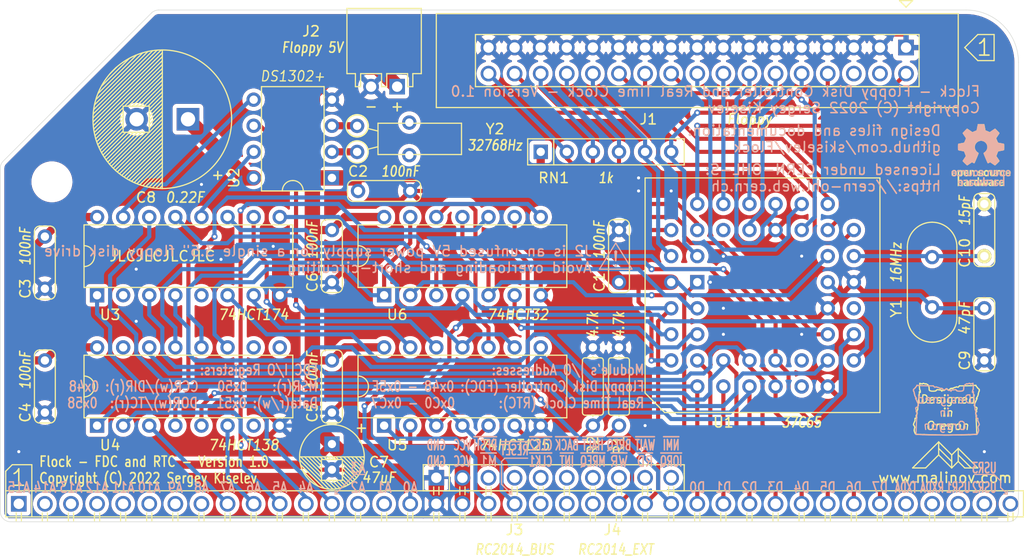
<source format=kicad_pcb>
(kicad_pcb (version 20211014) (generator pcbnew)
  (title_block (title "Z80-FDC: RC2014 Compatible FDC and RTC Module") (date "2021-01-25") (rev "1.2") (company "Designed by Sergey Kiselev") (comment 2 "Licensed under CERN-OHL-S: https://cern-ohl.web.cern.ch") (comment 3 "Documentation and design files: https://github.com/skiselev/Z80-FDC") (comment 4 "Z80-FDC is an open source hardware project"))
  (layers (0 "F.Cu" signal) (31 "B.Cu" signal) (34 "B.Paste" user) (35 "F.Paste" user) (36 "B.SilkS" user "B.Silkscreen") (37 "F.SilkS" user "F.Silkscreen") (38 "B.Mask" user) (39 "F.Mask" user) (44 "Edge.Cuts" user))
  (net 0 "")
  (net 1 "GND")
  (net 2 "VCC")
  (net 3 "Net-(C9-Pad1)")
  (net 4 "/A15")
  (net 5 "/A14")
  (net 6 "/A13")
  (net 7 "/A12")
  (net 8 "/A11")
  (net 9 "/A10")
  (net 10 "/A9")
  (net 11 "/A8")
  (net 12 "/A7")
  (net 13 "/A6")
  (net 14 "/A5")
  (net 15 "/A4")
  (net 16 "/A3")
  (net 17 "/A2")
  (net 18 "/A1")
  (net 19 "/A0")
  (net 20 "/~{M1}")
  (net 21 "/~{RESET}")
  (net 22 "/CPU_CLK")
  (net 23 "/~{INT}")
  (net 24 "/~{MREQ}")
  (net 25 "/~{WR}")
  (net 26 "/~{RD}")
  (net 27 "/~{IORQ}")
  (net 28 "/D0")
  (net 29 "/D1")
  (net 30 "/D2")
  (net 31 "/D3")
  (net 32 "/D4")
  (net 33 "/D5")
  (net 34 "/D6")
  (net 35 "/D7")
  (net 36 "/~{RFSH}")
  (net 37 "/~{BUSACK}")
  (net 38 "/~{HALT}")
  (net 39 "/~{BUSREQ}")
  (net 40 "/~{WAIT}")
  (net 41 "/~{NMI}")
  (net 42 "/TXDA")
  (net 43 "/RXDA")
  (net 44 "/USR1")
  (net 45 "Net-(C10-Pad1)")
  (net 46 "/~{DENSEL}")
  (net 49 "/~{INDEX}")
  (net 50 "/~{MEA}")
  (net 51 "/~{DSB}")
  (net 52 "/~{DSA}")
  (net 53 "/~{MEB}")
  (net 54 "/~{DIR}")
  (net 55 "/UART_CLK")
  (net 56 "/~{STEP}")
  (net 57 "/~{WDATA}")
  (net 58 "/~{WE}")
  (net 59 "/~{TRK0}")
  (net 60 "/~{HDSEL}")
  (net 61 "/~{RDATA}")
  (net 62 "/~{WP}")
  (net 63 "/~{DC}")
  (net 65 "/RESET")
  (net 66 "/USR2")
  (net 67 "/USR3")
  (net 68 "/~{FDC_CS}")
  (net 69 "/~{DACK}")
  (net 72 "/~{DOR_WR}")
  (net 73 "/~{CCR_WR}")
  (net 76 "/RTC_CE")
  (net 77 "/RTC_IO")
  (net 78 "/RTC_CLK")
  (net 79 "/RTC_WE")
  (net 80 "/RTC_IN")
  (net 81 "/~{RTC_WR}")
  (net 82 "Net-(U4-Pad4)")
  (net 86 "/~{RTC_CS}")
  (net 88 "/~{RTC_RD}")
  (net 89 "Net-(R1-Pad2)")
  (net 92 "Net-(C8-Pad1)")
  (net 93 "Net-(U2-Pad2)")
  (net 94 "Net-(U2-Pad3)")
  (footprint "My_Components:Conn_Pin_Header_10x1_2.54mm_Right_Angle" (layer "F.Cu") (at 179.07 124.46)
    (fp_text reference "J4")
    (fp_text value "RC2014_EXT")
  )
  (footprint "MountingHole:MountingHole_3.2mm_M3_DIN965" (layer "F.Cu") (at 130.2258 95.631)
    (fp_text reference "H1")
    (fp_text value "3.2mm")
  )
  (footprint "My_Components:Conn_Pin_Header_39x1_2.54mm_Right_Angle" (layer "F.Cu") (at 175.26 127)
    (fp_text reference "J3")
    (fp_text value "RC2014_BUS")
  )
  (footprint "My_Components:Cap_Cer_508" (layer "F.Cu") (at 185.42 102.87 90)
    (fp_text reference "C1")
    (fp_text value "100nF")
  )
  (footprint "My_Components:Cap_Cer_508" (layer "F.Cu") (at 129.54 103.505 90)
    (fp_text reference "C3")
    (fp_text value "100nF")
  )
  (footprint "My_Components:Cap_Cer_508" (layer "F.Cu") (at 157.48 102.87 -90)
    (fp_text reference "C6")
    (fp_text value "100nF")
  )
  (footprint "My_Components:Conn_TE_2-644488-2_2P_2.54mm" (layer "F.Cu") (at 162.56 86.36 180)
    (fp_text reference "J2")
    (fp_text value "Floppy 5V")
  )
  (footprint "My_Components:Cap_Cer_508" (layer "F.Cu") (at 129.54 115.57 -90)
    (fp_text reference "C4")
    (fp_text value "100nF")
  )
  (footprint "My_Components:Cap_Cer_508" (layer "F.Cu") (at 162.56 96.52)
    (fp_text reference "C2")
    (fp_text value "100nF")
  )
  (footprint "My_Components:Cap_Cer_508" (layer "F.Cu") (at 157.48 115.57 -90)
    (fp_text reference "C5")
    (fp_text value "100nF")
  )
  (footprint "My_Components:Cap_Cer_508" (layer "F.Cu") (at 220.98 100.33 90)
    (fp_text reference "C10")
    (fp_text value "15pF")
  )
  (footprint "My_Components:Cap_Elec_Radial_6.3mm" (layer "F.Cu") (at 157.48 122.428 -90)
    (fp_text reference "C7")
    (fp_text value "47uF")
  )
  (footprint "My_Components:Crystal_HC-49U_Vert" (layer "F.Cu") (at 215.9 105.41 -90)
    (fp_text reference "Y1")
    (fp_text value "16MHz")
  )
  (footprint "My_Components:Crystal_32K_Horiz" (layer "F.Cu") (at 159.931316 91.4475 90)
    (fp_text reference "Y2")
    (fp_text value "32768Hz")
  )
  (footprint "My_Components:Res_762" (layer "F.Cu") (at 182.88 115.57 -90)
    (fp_text reference "R2")
    (fp_text value "4.7k")
  )
  (footprint "My_Components:IC_DIP14_300" (layer "F.Cu") (at 170.18 115.57)
    (fp_text reference "U5")
    (fp_text value "74HCT125")
  )
  (footprint "My_Components:IC_DIP16_300" (layer "F.Cu") (at 143.51 115.57)
    (fp_text reference "U4")
    (fp_text value "74HCT138")
  )
  (footprint "My_Components:IC_DIP14_300" (layer "F.Cu") (at 170.18 102.87)
    (fp_text reference "U6")
    (fp_text value "74HCT32")
  )
  (footprint "My_Components:IC_DIP8_300" (layer "F.Cu") (at 153.67 91.44 90)
    (fp_text reference "U2")
    (fp_text value "DS1302+")
  )
  (footprint "My_Components:Conn_SIL6" (layer "F.Cu") (at 184.15 92.71)
    (fp_text reference "RN1")
    (fp_text value "1k")
  )
  (footprint "My_Components:Cap_Super_Radial_13.5mm" (layer "F.Cu") (at 140.97 89.535 180)
    (fp_text reference "C8")
    (fp_text value "0.22F")
  )
  (footprint "My_Components:IC_PLCC44_TH" (layer "F.Cu") (at 199.39 106.68 90)
    (fp_text reference "U1")
    (fp_text value "37C65")
  )
  (footprint "My_Components:IC_DIP16_300" (layer "F.Cu") (at 143.51 102.87)
    (fp_text reference "U3")
    (fp_text value "74HCT174")
  )
  (footprint "My_Components:Res_762" (layer "F.Cu") (at 185.42 115.57 -90)
    (fp_text reference "R1")
    (fp_text value "4.7k")
  )
  (footprint "My_Components:Conn_Pin_Header_17x2_2.54mm_Shrouded" (layer "F.Cu") (at 193.04 83.82 180)
    (fp_text reference "J1")
    (fp_text value "Floppy")
  )
  (footprint "Symbol:OSHW-Logo_5.7x6mm_SilkScreen" (layer "F.Cu") (at 220.6625 93.0275)
    (fp_text reference "LOGO1" hide)
    (fp_text value "Logo_Open_Hardware_Small" hide)
  )
  (footprint "My_Components:Cap_Cer_508" (layer "F.Cu") (at 220.98 110.49 -90)
    (fp_text reference "C9")
    (fp_text value "47pF")
  )
  (footprint "Symbol:OSHW-Logo_5.7x6mm_SilkScreen" (layer "B.Cu") (at 220.6625 93.0275 180)
    (fp_text reference "LOGO1" hide)
    (fp_text value "Logo_Open_Hardware_Small" hide)
  )
  (gr_line (start 157.7975 126.0475) (end 157.7975 125.73) (layer "B.SilkS") (width 0.12))
  (gr_line (start 159.7025 124.1425) (end 160.655 124.1425) (layer "B.SilkS") (width 0.12))
  (gr_line (start 222.5675 124.7775) (end 222.5675 125.4125) (layer "B.SilkS") (width 0.12))
  (gr_line (start 185.1025 101.6) (end 183.515 104.14) (layer "B.SilkS") (width 0.12))
  (gr_line (start 218.972213 115.784715) (end 218.972213 115.673095) (layer "B.SilkS") (width 0.12))
  (gr_line (start 219.546163 115.263735) (end 219.638768 115.319585) (layer "B.SilkS") (width 0.12))
  (gr_line (start 219.342493 115.319585) (end 219.472163 115.282335) (layer "B.SilkS") (width 0.12))
  (gr_line (start 219.712838 115.300885) (end 219.879513 115.263735) (layer "B.SilkS") (width 0.12))
  (gr_line (start 219.472163 115.282335) (end 219.546163 115.263735) (layer "B.SilkS") (width 0.12))
  (gr_line (start 219.027748 115.48692) (end 219.101818 115.393985) (layer "B.SilkS") (width 0.12))
  (gr_line (start 219.101818 115.393985) (end 219.268418 115.300885) (layer "B.SilkS") (width 0.12))
  (gr_line (start 219.268418 115.300885) (end 219.342493 115.319585) (layer "B.SilkS") (width 0.12))
  (gr_line (start 218.953678 115.914925) (end 218.972213 115.784715) (layer "B.SilkS") (width 0.12))
  (gr_line (start 219.638768 115.319585) (end 219.712838 115.300885) (layer "B.SilkS") (width 0.12))
  (gr_line (start 218.972213 115.673095) (end 219.027748 115.48692) (layer "B.SilkS") (width 0.12))
  (gr_line (start 214.361553 117.905795) (end 214.324603 117.775495) (layer "B.SilkS") (width 0.12))
  (gr_line (start 215.805893 120.287313) (end 214.991153 120.268709) (layer "B.SilkS") (width 0.12))
  (gr_line (start 218.990678 120.268709) (end 218.361113 120.287313) (layer "B.SilkS") (width 0.12))
  (gr_line (start 214.565253 117.42196) (end 214.546753 117.2918) (layer "B.SilkS") (width 0.12))
  (gr_line (start 214.491153 117.57085) (end 214.565253 117.42196) (layer "B.SilkS") (width 0.12))
  (gr_line (start 217.453823 120.305848) (end 215.805893 120.287313) (layer "B.SilkS") (width 0.12))
  (gr_line (start 219.805443 120.250037) (end 219.453628 120.250037) (layer "B.SilkS") (width 0.12))
  (gr_line (start 219.453628 120.250037) (end 218.990678 120.268709) (layer "B.SilkS") (width 0.12))
  (gr_line (start 214.417103 118.11042) (end 214.343053 118.01734) (layer "B.SilkS") (width 0.12))
  (gr_line (start 214.324603 120.231502) (end 214.417103 118.11042) (layer "B.SilkS") (width 0.12))
  (gr_line (start 214.343053 118.01734) (end 214.361553 117.905795) (layer "B.SilkS") (width 0.12))
  (gr_line (start 214.991153 120.268709) (end 214.324603 120.231502) (layer "B.SilkS") (width 0.12))
  (gr_line (start 218.361113 120.287313) (end 217.453823 120.305848) (layer "B.SilkS") (width 0.12))
  (gr_line (start 214.380103 117.589455) (end 214.491153 117.57085) (layer "B.SilkS") (width 0.12))
  (gr_line (start 214.306053 117.663945) (end 214.380103 117.589455) (layer "B.SilkS") (width 0.12))
  (gr_line (start 214.324603 117.775495) (end 214.306053 117.663945) (layer "B.SilkS") (width 0.12))
  (gr_line (start 214.231953 115.728905) (end 214.287503 115.65442) (layer "B.SilkS") (width 0.12))
  (gr_line (start 216.731653 115.7475) (end 216.745993 115.7475) (layer "B.SilkS") (width 0.12))
  (gr_line (start 214.146404 116.138445) (end 214.116303 116.05212) (layer "B.SilkS") (width 0.12))
  (gr_line (start 218.712939 116.026565) (end 218.879608 115.989345) (layer "B.SilkS") (width 0.12))
  (gr_line (start 214.435653 117.03129) (end 214.306053 116.752225) (layer "B.SilkS") (width 0.12))
  (gr_line (start 214.324603 116.659146) (end 214.309953 116.635581) (layer "B.SilkS") (width 0.12))
  (gr_line (start 216.648433 115.7382) (end 216.683143 115.744535) (layer "B.SilkS") (width 0.12))
  (gr_line (start 218.509263 116.026565) (end 218.712939 116.026565) (layer "B.SilkS") (width 0.12))
  (gr_line (start 214.083803 115.989345) (end 214.083803 115.989345) (layer "B.SilkS") (width 0.12))
  (gr_line (start 218.342648 116.007885) (end 218.509263 116.026565) (layer "B.SilkS") (width 0.12))
  (gr_line (start 218.194513 115.877725) (end 218.268583 115.952075) (layer "B.SilkS") (width 0.12))
  (gr_line (start 217.972303 115.896265) (end 218.194513 115.877725) (layer "B.SilkS") (width 0.12))
  (gr_line (start 217.139073 115.896265) (end 217.250148 115.784715) (layer "B.SilkS") (width 0.12))
  (gr_line (start 216.990943 115.877725) (end 217.139073 115.896265) (layer "B.SilkS") (width 0.12))
  (gr_line (start 216.898338 115.784715) (end 216.898338 115.784715) (layer "B.SilkS") (width 0.12))
  (gr_line (start 216.842793 115.766105) (end 216.882764 115.77886) (layer "B.SilkS") (width 0.12))
  (gr_line (start 216.305848 115.61727) (end 216.453908 115.65442) (layer "B.SilkS") (width 0.12))
  (gr_line (start 216.788978 115.753285) (end 216.842793 115.766105) (layer "B.SilkS") (width 0.12))
  (gr_line (start 214.546753 117.2918) (end 214.435653 117.03129) (layer "B.SilkS") (width 0.12))
  (gr_line (start 214.170503 116.23567) (end 214.146404 116.138445) (layer "B.SilkS") (width 0.12))
  (gr_line (start 216.745993 115.7475) (end 216.788978 115.753285) (layer "B.SilkS") (width 0.12))
  (gr_line (start 214.657853 115.48692) (end 215.565153 115.50558) (layer "B.SilkS") (width 0.12))
  (gr_line (start 214.359453 116.754025) (end 214.360753 116.73646) (layer "B.SilkS") (width 0.12))
  (gr_line (start 216.683143 115.744535) (end 216.719533 115.7475) (layer "B.SilkS") (width 0.12))
  (gr_line (start 214.331603 116.670455) (end 214.324603 116.659146) (layer "B.SilkS") (width 0.12))
  (gr_line (start 216.453908 115.65442) (end 216.620598 115.728905) (layer "B.SilkS") (width 0.12))
  (gr_line (start 214.360753 116.73646) (end 214.350403 116.705855) (layer "B.SilkS") (width 0.12))
  (gr_line (start 214.287503 115.65442) (end 214.398653 115.52419) (layer "B.SilkS") (width 0.12))
  (gr_line (start 216.139178 115.63588) (end 216.305848 115.61727) (layer "B.SilkS") (width 0.12))
  (gr_line (start 214.116303 116.05212) (end 214.093103 116.00416) (layer "B.SilkS") (width 0.12))
  (gr_line (start 217.824168 115.914925) (end 217.972303 115.896265) (layer "B.SilkS") (width 0.12))
  (gr_line (start 214.350053 116.76147) (end 214.359453 116.754025) (layer "B.SilkS") (width 0.12))
  (gr_line (start 217.694558 115.952075) (end 217.731563 116.026565) (layer "B.SilkS") (width 0.12))
  (gr_line (start 217.509348 115.952075) (end 217.694558 115.952075) (layer "B.SilkS") (width 0.12))
  (gr_line (start 214.176453 116.268465) (end 214.170503 116.23567) (layer "B.SilkS") (width 0.12))
  (gr_line (start 216.882764 115.77886) (end 216.898338 115.784715) (layer "B.SilkS") (width 0.12))
  (gr_line (start 216.009568 115.50558) (end 216.139178 115.63588) (layer "B.SilkS") (width 0.12))
  (gr_line (start 214.310653 116.75429) (end 214.321953 116.758575) (layer "B.SilkS") (width 0.12))
  (gr_line (start 214.083803 115.859115) (end 214.231953 115.728905) (layer "B.SilkS") (width 0.12))
  (gr_line (start 214.229703 116.484681) (end 214.202203 116.3949) (layer "B.SilkS") (width 0.12))
  (gr_line (start 214.182203 116.30016) (end 214.176453 116.268465) (layer "B.SilkS") (width 0.12))
  (gr_line (start 216.620598 115.728905) (end 216.620598 115.728905) (layer "B.SilkS") (width 0.12))
  (gr_line (start 214.202203 116.3949) (end 214.182203 116.30016) (layer "B.SilkS") (width 0.12))
  (gr_line (start 214.398653 115.52419) (end 214.417103 115.44977) (layer "B.SilkS") (width 0.12))
  (gr_line (start 214.083803 115.989345) (end 214.083803 115.859115) (layer "B.SilkS") (width 0.12))
  (gr_line (start 217.250148 115.784715) (end 217.509348 115.952075) (layer "B.SilkS") (width 0.12))
  (gr_line (start 216.898338 115.784715) (end 216.990943 115.877725) (layer "B.SilkS") (width 0.12))
  (gr_line (start 216.620598 115.728905) (end 216.627548 115.7318) (layer "B.SilkS") (width 0.12))
  (gr_line (start 216.627548 115.7318) (end 216.648433 115.7382) (layer "B.SilkS") (width 0.12))
  (gr_line (start 216.719533 115.7475) (end 216.731653 115.7475) (layer "B.SilkS") (width 0.12))
  (gr_line (start 214.093103 116.00416) (end 214.083803 115.989345) (layer "B.SilkS") (width 0.12))
  (gr_line (start 214.306053 116.752225) (end 214.306053 116.752225) (layer "B.SilkS") (width 0.12))
  (gr_line (start 214.657853 115.46838) (end 214.657853 115.48692) (layer "B.SilkS") (width 0.12))
  (gr_line (start 214.321953 116.758575) (end 214.336353 116.762016) (layer "B.SilkS") (width 0.12))
  (gr_line (start 214.417103 115.44977) (end 214.657853 115.46838) (layer "B.SilkS") (width 0.12))
  (gr_line (start 215.565153 115.50558) (end 216.009568 115.50558) (layer "B.SilkS") (width 0.12))
  (gr_line (start 214.267603 116.564055) (end 214.229703 116.484681) (layer "B.SilkS") (width 0.12))
  (gr_line (start 214.336353 116.762016) (end 214.350053 116.76147) (layer "B.SilkS") (width 0.12))
  (gr_line (start 214.306053 116.752225) (end 214.310653 116.75429) (layer "B.SilkS") (width 0.12))
  (gr_line (start 214.350403 116.705855) (end 214.331603 116.670455) (layer "B.SilkS") (width 0.12))
  (gr_line (start 218.879608 115.989345) (end 218.953678 115.914925) (layer "B.SilkS") (width 0.12))
  (gr_line (start 217.731563 116.026565) (end 217.824168 115.914925) (layer "B.SilkS") (width 0.12))
  (gr_line (start 218.268583 115.952075) (end 218.342648 116.007885) (layer "B.SilkS") (width 0.12))
  (gr_line (start 214.309953 116.635581) (end 214.267603 116.564055) (layer "B.SilkS") (width 0.12))
  (gr_line (start 219.879513 115.263735) (end 219.860978 115.46838) (layer "B.SilkS") (width 0.12))
  (gr_line (start 220.39793 119.431481) (end 220.360929 119.543035) (layer "B.SilkS") (width 0.12))
  (gr_line (start 220.009118 117.19879) (end 220.046118 117.38483) (layer "B.SilkS") (width 0.12))
  (gr_line (start 220.490534 119.30119) (end 220.39793 119.431481) (layer "B.SilkS") (width 0.12))
  (gr_line (start 219.990583 117.03129) (end 220.009118 117.105766) (layer "B.SilkS") (width 0.12))
  (gr_line (start 220.342396 118.910515) (end 220.39793 119.022135) (layer "B.SilkS") (width 0.12))
  (gr_line (start 220.194256 118.33373) (end 220.231326 118.426685) (layer "B.SilkS") (width 0.12))
  (gr_line (start 220.138722 118.24065) (end 220.194256 118.33373) (layer "B.SilkS") (width 0.12))
  (gr_line (start 220.157256 117.998805) (end 220.138722 118.11042) (layer "B.SilkS") (width 0.12))
  (gr_line (start 220.083184 117.812765) (end 220.120187 117.887115) (layer "B.SilkS") (width 0.12))
  (gr_line (start 220.064653 117.589455) (end 220.083184 117.812765) (layer "B.SilkS") (width 0.12))
  (gr_line (start 219.916513 116.082445) (end 219.935048 116.454501) (layer "B.SilkS") (width 0.12))
  (gr_line (start 220.046118 117.38483) (end 220.064653 117.589455) (layer "B.SilkS") (width 0.12))
  (gr_line (start 220.009118 117.105766) (end 219.972048 117.18011) (layer "B.SilkS") (width 0.12))
  (gr_line (start 219.935048 116.454501) (end 219.953583 116.603265) (layer "B.SilkS") (width 0.12))
  (gr_line (start 219.842443 115.933535) (end 219.860978 115.933535) (layer "B.SilkS") (width 0.12))
  (gr_line (start 219.860978 115.46838) (end 219.916513 115.52419) (layer "B.SilkS") (width 0.12))
  (gr_line (start 219.823908 116.138255) (end 219.916513 116.082445) (layer "B.SilkS") (width 0.12))
  (gr_line (start 220.194256 120.231502) (end 219.805443 120.250037) (layer "B.SilkS") (width 0.12))
  (gr_line (start 220.212791 120.2129) (end 220.194256 120.231502) (layer "B.SilkS") (width 0.12))
  (gr_line (start 220.175721 118.612795) (end 220.323861 118.6686) (layer "B.SilkS") (width 0.12))
  (gr_line (start 220.416465 119.80355) (end 220.416465 119.89657) (layer "B.SilkS") (width 0.12))
  (gr_line (start 220.360929 119.543035) (end 220.39793 119.69193) (layer "B.SilkS") (width 0.12))
  (gr_line (start 220.342396 118.687205) (end 220.342396 118.910515) (layer "B.SilkS") (width 0.12))
  (gr_line (start 219.823908 116.063695) (end 219.823908 116.138255) (layer "B.SilkS") (width 0.12))
  (gr_line (start 220.120187 117.887115) (end 220.157256 117.998805) (layer "B.SilkS") (width 0.12))
  (gr_line (start 219.916513 115.52419) (end 219.897978 115.766035) (layer "B.SilkS") (width 0.12))
  (gr_line (start 219.953583 116.603265) (end 219.990583 116.826575) (layer "B.SilkS") (width 0.12))
  (gr_line (start 220.360929 120.064071) (end 220.305395 120.175692) (layer "B.SilkS") (width 0.12))
  (gr_line (start 220.39793 119.022135) (end 220.472 119.1895) (layer "B.SilkS") (width 0.12))
  (gr_line (start 219.990583 116.826575) (end 220.009118 116.919656) (layer "B.SilkS") (width 0.12))
  (gr_line (start 220.009118 116.919656) (end 219.990583 117.03129) (layer "B.SilkS") (width 0.12))
  (gr_line (start 220.212791 118.519765) (end 220.175721 118.612795) (layer "B.SilkS") (width 0.12))
  (gr_line (start 220.231326 118.426685) (end 220.212791 118.519765) (layer "B.SilkS") (width 0.12))
  (gr_line (start 220.138722 118.11042) (end 220.138722 118.24065) (layer "B.SilkS") (width 0.12))
  (gr_line (start 219.897978 115.840525) (end 219.842443 115.933535) (layer "B.SilkS") (width 0.12))
  (gr_line (start 219.897978 115.766035) (end 219.897978 115.840525) (layer "B.SilkS") (width 0.12))
  (gr_line (start 219.972048 117.18011) (end 220.009118 117.19879) (layer "B.SilkS") (width 0.12))
  (gr_line (start 219.860978 115.933535) (end 219.823908 116.063695) (layer "B.SilkS") (width 0.12))
  (gr_line (start 220.305395 120.175692) (end 220.212791 120.2129) (layer "B.SilkS") (width 0.12))
  (gr_line (start 220.416465 119.89657) (end 220.360929 120.064071) (layer "B.SilkS") (width 0.12))
  (gr_line (start 220.323861 118.6686) (end 220.342396 118.687205) (layer "B.SilkS") (width 0.12))
  (gr_line (start 220.39793 119.69193) (end 220.416465 119.80355) (layer "B.SilkS") (width 0.12))
  (gr_line (start 220.472 119.1895) (end 220.490534 119.30119) (layer "B.SilkS") (width 0.12))
  (gr_line (start 157.7975 126.0475) (end 159.7025 124.1425) (layer "B.SilkS") (width 0.12))
  (gr_line (start 173.99 125.095) (end 173.99 122.8725) (layer "B.SilkS") (width 0.12))
  (gr_line (start 223.2025 126.0475) (end 223.2025 125.73) (layer "B.SilkS") (width 0.12))
  (gr_line (start 174.9425 126.0475) (end 174.9425 125.73) (layer "B.SilkS") (width 0.12))
  (gr_line (start 183.515 104.14) (end 186.69 104.14) (layer "B.SilkS") (width 0.12))
  (gr_line (start 223.2025 126.0475) (end 222.5675 125.4125) (layer "B.SilkS") (width 0.12))
  (gr_line (start 174.625 126.0475) (end 174.9425 126.0475) (layer "B.SilkS") (width 0.12))
  (gr_line (start 221.9325 124.1425) (end 222.5675 124.7775) (layer "B.SilkS") (width 0.12))
  (gr_line (start 223.2025 126.0475) (end 222.885 126.0475) (layer "B.SilkS") (width 0.12))
  (gr_line (start 174.9425 126.0475) (end 173.99 125.095) (layer "B.SilkS") (width 0.12))
  (gr_line (start 220.0275 124.1425) (end 221.9325 124.1425) (layer "B.SilkS") (width 0.12))
  (gr_line (start 186.69 104.14) (end 185.1025 101.6) (layer "B.SilkS") (width 0.12))
  (gr_line (start 174.3075 122.555) (end 173.99 122.8725) (layer "B.SilkS") (width 0.12))
  (gr_line (start 157.7975 126.0475) (end 158.115 126.0475) (layer "B.SilkS") (width 0.12))
  (gr_line (start 174.3075 122.555) (end 176.53 122.555) (layer "B.SilkS") (width 0.12))
  (gr_line (start 213.995 123.5075) (end 216.535 120.9675) (layer "F.SilkS") (width 0.12))
  (gr_line (start 218.44 122.8725) (end 217.805 123.5075) (layer "F.SilkS") (width 0.12))
  (gr_line (start 219.075 123.5075) (end 218.44 122.8725) (layer "F.SilkS") (width 0.12))
  (gr_line (start 220.345 123.5075) (end 219.075 123.5075) (layer "F.SilkS") (width 0.12))
  (gr_line (start 215.265 123.5075) (end 213.995 123.5075) (layer "F.SilkS") (width 0.12))
  (gr_line (start 217.805 123.5075) (end 216.535 122.2375) (layer "F.SilkS") (width 0.12))
  (gr_line (start 216.535 120.9675) (end 217.805 122.2375) (layer "F.SilkS") (width 0.12))
  (gr_line (start 216.535 122.2375) (end 215.265 123.5075) (layer "F.SilkS") (width 0.12))
  (gr_line (start 218.44 121.6025) (end 220.345 123.5075) (layer "F.SilkS") (width 0.12))
  (gr_line (start 217.805 122.2375) (end 218.44 121.6025) (layer "F.SilkS") (width 0.12))
  (gr_line (start 218.44 121.6025) (end 218.44 122.8725) (layer "F.SilkS") (width 0.12))
  (gr_line (start 218.44 122.2375) (end 219.71 123.5075) (layer "F.SilkS") (width 0.12))
  (gr_line (start 217.805 122.2375) (end 217.805 123.5075) (layer "F.SilkS") (width 0.12))
  (gr_line (start 216.535 121.6025) (end 217.805 122.8725) (layer "F.SilkS") (width 0.12))
  (gr_line (start 216.535 120.9675) (end 216.535 122.2375) (layer "F.SilkS") (width 0.12))
  (gr_line (start 215.472518 115.393985) (end 215.546588 115.48692) (layer "F.SilkS") (width 0.12))
  (gr_line (start 220.083183 117.57085) (end 220.194233 117.589455) (layer "F.SilkS") (width 0.12))
  (gr_line (start 220.397883 116.268465) (end 220.392133 116.30016) (layer "F.SilkS") (width 0.12))
  (gr_line (start 214.435614 118.24065) (end 214.435614 118.11042) (layer "F.SilkS") (width 0.12))
  (gr_line (start 220.490533 115.859115) (end 220.490533 115.989345) (layer "F.SilkS") (width 0.12))
  (gr_line (start 214.657823 115.52419) (end 214.713358 115.46838) (layer "F.SilkS") (width 0.12))
  (gr_line (start 220.372133 116.3949) (end 220.344633 116.484681) (layer "F.SilkS") (width 0.12))
  (gr_line (start 217.946788 115.7318) (end 217.953738 115.728905) (layer "F.SilkS") (width 0.12))
  (gr_line (start 220.490533 115.989345) (end 220.490533 115.989345) (layer "F.SilkS") (width 0.12))
  (gr_line (start 214.250475 118.6686) (end 214.398615 118.612795) (layer "F.SilkS") (width 0.12))
  (gr_line (start 217.925903 115.7382) (end 217.946788 115.7318) (layer "F.SilkS") (width 0.12))
  (gr_line (start 217.731543 115.766105) (end 217.785358 115.753285) (layer "F.SilkS") (width 0.12))
  (gr_line (start 214.38008 118.33373) (end 214.435614 118.24065) (layer "F.SilkS") (width 0.12))
  (gr_line (start 220.263683 116.75429) (end 220.268283 116.752225) (layer "F.SilkS") (width 0.12))
  (gr_line (start 221.9325 81.28) (end 221.9325 83.82) (layer "F.SilkS") (width 0.12))
  (gr_line (start 215.583658 120.268709) (end 215.120708 120.250037) (layer "F.SilkS") (width 0.12))
  (gr_line (start 214.528218 117.38483) (end 214.565218 117.19879) (layer "F.SilkS") (width 0.12))
  (gr_line (start 220.224283 116.76147) (end 220.237983 116.762016) (layer "F.SilkS") (width 0.12))
  (gr_line (start 218.120428 115.65442) (end 218.268488 115.61727) (layer "F.SilkS") (width 0.12))
  (gr_line (start 219.916483 115.46838) (end 220.157233 115.44977) (layer "F.SilkS") (width 0.12))
  (gr_line (start 217.583393 115.877725) (end 217.675998 115.784715) (layer "F.SilkS") (width 0.12))
  (gr_line (start 215.602123 115.673095) (end 215.602123 115.784715) (layer "F.SilkS") (width 0.12))
  (gr_line (start 220.252383 116.758575) (end 220.263683 116.75429) (layer "F.SilkS") (width 0.12))
  (gr_line (start 214.935568 115.319585) (end 215.028173 115.263735) (layer "F.SilkS") (width 0.12))
  (gr_line (start 214.602288 117.18011) (end 214.565218 117.105766) (layer "F.SilkS") (width 0.12))
  (gr_line (start 220.403833 116.23567) (end 220.397883 116.268465) (layer "F.SilkS") (width 0.12))
  (gr_line (start 220.027583 117.2918) (end 220.009083 117.42196) (layer "F.SilkS") (width 0.12))
  (gr_line (start 125.73 123.825) (end 126.365 123.19) (layer "F.SilkS") (width 0.12))
  (gr_line (start 214.361545 120.2129) (end 214.268941 120.175692) (layer "F.SilkS") (width 0.12))
  (gr_line (start 214.398615 118.612795) (end 214.361545 118.519765) (layer "F.SilkS") (width 0.12))
  (gr_line (start 216.065073 116.026565) (end 216.231688 116.007885) (layer "F.SilkS") (width 0.12))
  (gr_line (start 214.361545 118.519765) (end 214.34301 118.426685) (layer "F.SilkS") (width 0.12))
  (gr_line (start 220.490533 115.989345) (end 220.481233 116.00416) (layer "F.SilkS") (width 0.12))
  (gr_line (start 214.34301 118.426685) (end 214.38008 118.33373) (layer "F.SilkS") (width 0.12))
  (gr_line (start 220.427932 116.138445) (end 220.403833 116.23567) (layer "F.SilkS") (width 0.12))
  (gr_line (start 214.750428 116.138255) (end 214.750428 116.063695) (layer "F.SilkS") (width 0.12))
  (gr_line (start 214.102336 119.1895) (end 214.176406 119.022135) (layer "F.SilkS") (width 0.12))
  (gr_line (start 214.213407 119.543035) (end 214.176406 119.431481) (layer "F.SilkS") (width 0.12))
  (gr_line (start 217.953738 115.728905) (end 218.120428 115.65442) (layer "F.SilkS") (width 0.12))
  (gr_line (start 220.231283 118.01734) (end 220.157233 118.11042) (layer "F.SilkS") (width 0.12))
  (gr_line (start 216.305753 115.952075) (end 216.379823 115.877725) (layer "F.SilkS") (width 0.12))
  (gr_line (start 220.345 81.28) (end 221.9325 81.28) (layer "F.SilkS") (width 0.12))
  (gr_line (start 215.620658 115.914925) (end 215.694728 115.989345) (layer "F.SilkS") (width 0.12))
  (gr_line (start 214.713358 115.46838) (end 214.694823 115.263735) (layer "F.SilkS") (width 0.12))
  (gr_line (start 218.564768 115.50558) (end 219.009183 115.50558) (layer "F.SilkS") (width 0.12))
  (gr_line (start 221.9325 83.82) (end 220.345 83.82) (layer "F.SilkS") (width 0.12))
  (gr_line (start 220.213583 116.73646) (end 220.214883 116.754025) (layer "F.SilkS") (width 0.12))
  (gr_line (start 214.676358 115.766035) (end 214.657823 115.52419) (layer "F.SilkS") (width 0.12))
  (gr_line (start 220.249733 116.659146) (end 220.242733 116.670455) (layer "F.SilkS") (width 0.12))
  (gr_line (start 214.41708 117.998805) (end 214.454149 117.887115) (layer "F.SilkS") (width 0.12))
  (gr_line (start 220.342383 115.728905) (end 220.490533 115.859115) (layer "F.SilkS") (width 0.12))
  (gr_line (start 214.083802 119.30119) (end 214.102336 119.1895) (layer "F.SilkS") (width 0.12))
  (gr_line (start 220.249733 117.775495) (end 220.212783 117.905795) (layer "F.SilkS") (width 0.12))
  (gr_line (start 217.675998 115.784715) (end 217.675998 115.784715) (layer "F.SilkS") (width 0.12))
  (gr_line (start 214.509683 117.589455) (end 214.528218 117.38483) (layer "F.SilkS") (width 0.12))
  (gr_line (start 220.392133 116.30016) (end 220.372133 116.3949) (layer "F.SilkS") (width 0.12))
  (gr_line (start 214.491152 117.812765) (end 214.509683 117.589455) (layer "F.SilkS") (width 0.12))
  (gr_line (start 214.176406 119.69193) (end 214.213407 119.543035) (layer "F.SilkS") (width 0.12))
  (gr_line (start 217.785358 115.753285) (end 217.828343 115.7475) (layer "F.SilkS") (width 0.12))
  (gr_line (start 217.120513 120.305848) (end 216.213223 120.287313) (layer "F.SilkS") (width 0.12))
  (gr_line (start 220.194233 117.589455) (end 220.268283 117.663945) (layer "F.SilkS") (width 0.12))
  (gr_line (start 220.344633 116.484681) (end 220.306733 116.564055) (layer "F.SilkS") (width 0.12))
  (gr_line (start 215.694728 115.989345) (end 215.861397 116.026565) (layer "F.SilkS") (width 0.12))
  (gr_line (start 215.102173 115.282335) (end 215.231843 115.319585) (layer "F.SilkS") (width 0.12))
  (gr_line (start 220.249733 120.231502) (end 219.583183 120.268709) (layer "F.SilkS") (width 0.12))
  (gr_line (start 215.305918 115.300885) (end 215.472518 115.393985) (layer "F.SilkS") (width 0.12))
  (gr_line (start 217.828343 115.7475) (end 217.842683 115.7475) (layer "F.SilkS") (width 0.12))
  (gr_line (start 214.657823 116.082445) (end 214.750428 116.138255) (layer "F.SilkS") (width 0.12))
  (gr_line (start 220.212783 117.905795) (end 220.231283 118.01734) (layer "F.SilkS") (width 0.12))
  (gr_line (start 220.242733 116.670455) (end 220.223933 116.705855) (layer "F.SilkS") (width 0.12))
  (gr_line (start 215.546588 115.48692) (end 215.602123 115.673095) (layer "F.SilkS") (width 0.12))
  (gr_line (start 214.23194 118.910515) (end 214.23194 118.687205) (layer "F.SilkS") (width 0.12))
  (gr_line (start 216.231688 116.007885) (end 216.305753 115.952075) (layer "F.SilkS") (width 0.12))
  (gr_line (start 214.157871 119.80355) (end 214.176406 119.69193) (layer "F.SilkS") (width 0.12))
  (gr_line (start 216.602033 115.896265) (end 216.750168 115.914925) (layer "F.SilkS") (width 0.12))
  (gr_line (start 217.435263 115.896265) (end 217.583393 115.877725) (layer "F.SilkS") (width 0.12))
  (gr_line (start 219.583183 120.268709) (end 218.768443 120.287313) (layer "F.SilkS") (width 0.12))
  (gr_line (start 214.176406 119.022135) (end 214.23194 118.910515) (layer "F.SilkS") (width 0.12))
  (gr_line (start 214.676358 115.840525) (end 214.676358 115.766035) (layer "F.SilkS") (width 0.12))
  (gr_line (start 217.691572 115.77886) (end 217.731543 115.766105) (layer "F.SilkS") (width 0.12))
  (gr_line (start 214.157871 119.89657) (end 214.157871 119.80355) (layer "F.SilkS") (width 0.12))
  (gr_line (start 218.768443 120.287313) (end 217.120513 120.305848) (layer "F.SilkS") (width 0.12))
  (gr_line (start 218.435158 115.63588) (end 218.564768 115.50558) (layer "F.SilkS") (width 0.12))
  (gr_line (start 214.565218 117.19879) (end 214.602288 117.18011) (layer "F.SilkS") (width 0.12))
  (gr_line (start 217.891193 115.744535) (end 217.925903 115.7382) (layer "F.SilkS") (width 0.12))
  (gr_line (start 219.009183 115.50558) (end 219.916483 115.48692) (layer "F.SilkS") (width 0.12))
  (gr_line (start 125.73 125.73) (end 125.73 123.825) (layer "F.SilkS") (width 0.12))
  (gr_line (start 217.953738 115.728905) (end 217.953738 115.728905) (layer "F.SilkS") (width 0.12))
  (gr_line (start 220.458033 116.05212) (end 220.427932 116.138445) (layer "F.SilkS") (width 0.12))
  (gr_line (start 217.064988 115.952075) (end 217.324188 115.784715) (layer "F.SilkS") (width 0.12))
  (gr_line (start 215.602123 115.784715) (end 215.620658 115.914925) (layer "F.SilkS") (width 0.12))
  (gr_line (start 220.157233 118.11042) (end 220.249733 120.231502) (layer "F.SilkS") (width 0.12))
  (gr_line (start 220.214883 116.754025) (end 220.224283 116.76147) (layer "F.SilkS") (width 0.12))
  (gr_line (start 216.879778 115.952075) (end 217.064988 115.952075) (layer "F.SilkS") (width 0.12))
  (gr_line (start 214.750428 116.063695) (end 214.713358 115.933535) (layer "F.SilkS") (width 0.12))
  (gr_line (start 214.565218 117.105766) (end 214.583753 117.03129) (layer "F.SilkS") (width 0.12))
  (gr_line (start 220.175683 115.52419) (end 220.286833 115.65442) (layer "F.SilkS") (width 0.12))
  (gr_line (start 214.454149 117.887115) (end 214.491152 117.812765) (layer "F.SilkS") (width 0.12))
  (gr_line (start 220.223933 116.705855) (end 220.213583 116.73646) (layer "F.SilkS") (width 0.12))
  (gr_line (start 220.306733 116.564055) (end 220.264383 116.635581) (layer "F.SilkS") (width 0.12))
  (gr_line (start 220.237983 116.762016) (end 220.252383 116.758575) (layer "F.SilkS") (width 0.12))
  (gr_line (start 220.345 83.82) (end 219.075 82.55) (layer "F.SilkS") (width 0.12))
  (gr_line (start 217.854803 115.7475) (end 217.891193 115.744535) (layer "F.SilkS") (width 0.12))
  (gr_line (start 220.009083 117.42196) (end 220.083183 117.57085) (layer "F.SilkS") (width 0.12))
  (gr_line (start 214.731893 115.933535) (end 214.676358 115.840525) (layer "F.SilkS") (width 0.12))
  (gr_line (start 214.713358 115.933535) (end 214.731893 115.933535) (layer "F.SilkS") (width 0.12))
  (gr_line (start 216.379823 115.877725) (end 216.602033 115.896265) (layer "F.SilkS") (width 0.12))
  (gr_line (start 220.481233 116.00416) (end 220.458033 116.05212) (layer "F.SilkS") (width 0.12))
  (gr_line (start 214.38008 120.231502) (end 214.361545 120.2129) (layer "F.SilkS") (width 0.12))
  (gr_line (start 128.27 123.19) (end 128.27 125.73) (layer "F.SilkS") (width 0.12))
  (gr_line (start 220.286833 115.65442) (end 220.342383 115.728905) (layer "F.SilkS") (width 0.12))
  (gr_line (start 220.268283 116.752225) (end 220.268283 116.752225) (layer "F.SilkS") (width 0.12))
  (gr_line (start 215.861397 116.026565) (end 216.065073 116.026565) (layer "F.SilkS") (width 0.12))
  (gr_line (start 214.268941 120.175692) (end 214.213407 120.064071) (layer "F.SilkS") (width 0.12))
  (gr_line (start 214.639288 116.454501) (end 214.657823 116.082445) (layer "F.SilkS") (width 0.12))
  (gr_line (start 215.231843 115.319585) (end 215.305918 115.300885) (layer "F.SilkS") (width 0.12))
  (gr_line (start 219.916483 115.48692) (end 219.916483 115.46838) (layer "F.SilkS") (width 0.12))
  (gr_line (start 216.842773 116.026565) (end 216.879778 115.952075) (layer "F.SilkS") (width 0.12))
  (gr_line (start 214.565218 116.919656) (end 214.583753 116.826575) (layer "F.SilkS") (width 0.12))
  (gr_line (start 220.268283 117.663945) (end 220.249733 117.775495) (layer "F.SilkS") (width 0.12))
  (gr_line (start 214.861498 115.300885) (end 214.935568 115.319585) (layer "F.SilkS") (width 0.12))
  (gr_line (start 216.750168 115.914925) (end 216.842773 116.026565) (layer "F.SilkS") (width 0.12))
  (gr_line (start 214.620753 116.603265) (end 214.639288 116.454501) (layer "F.SilkS") (width 0.12))
  (gr_line (start 126.365 123.19) (end 128.27 123.19) (layer "F.SilkS") (width 0.12))
  (gr_line (start 217.324188 115.784715) (end 217.435263 115.896265) (layer "F.SilkS") (width 0.12))
  (gr_line (start 216.213223 120.287313) (end 215.583658 120.268709) (layer "F.SilkS") (width 0.12))
  (gr_line (start 214.768893 120.250037) (end 214.38008 120.231502) (layer "F.SilkS") (width 0.12))
  (gr_line (start 219.075 82.55) (end 220.345 81.28) (layer "F.SilkS") (width 0.12))
  (gr_line (start 214.435614 118.11042) (end 214.41708 117.998805) (layer "F.SilkS") (width 0.12))
  (gr_line (start 220.138683 117.03129) (end 220.027583 117.2918) (layer "F.SilkS") (width 0.12))
  (gr_line (start 220.157233 115.44977) (end 220.175683 115.52419) (layer "F.SilkS") (width 0.12))
  (gr_line (start 217.842683 115.7475) (end 217.854803 115.7475) (layer "F.SilkS") (width 0.12))
  (gr_line (start 220.268283 116.752225) (end 220.138683 117.03129) (layer "F.SilkS") (width 0.12))
  (gr_line (start 215.028173 115.263735) (end 215.102173 115.282335) (layer "F.SilkS") (width 0.12))
  (gr_line (start 214.694823 115.263735) (end 214.861498 115.300885) (layer "F.SilkS") (width 0.12))
  (gr_line (start 217.675998 115.784715) (end 217.691572 115.77886) (layer "F.SilkS") (width 0.12))
  (gr_line (start 214.213407 120.064071) (end 214.157871 119.89657) (layer "F.SilkS") (width 0.12))
  (gr_line (start 214.23194 118.687205) (end 214.250475 118.6686) (layer "F.SilkS") (width 0.12))
  (gr_line (start 214.176406 119.431481) (end 214.083802 119.30119) (layer "F.SilkS") (width 0.12))
  (gr_line (start 218.268488 115.61727) (end 218.435158 115.63588) (layer "F.SilkS") (width 0.12))
  (gr_line (start 215.120708 120.250037) (end 214.768893 120.250037) (layer "F.SilkS") (width 0.12))
  (gr_line (start 214.583753 116.826575) (end 214.620753 116.603265) (layer "F.SilkS") (width 0.12))
  (gr_line (start 214.583753 117.03129) (end 214.565218 116.919656) (layer "F.SilkS") (width 0.12))
  (gr_line (start 220.264383 116.635581) (end 220.249733 116.659146) (layer "F.SilkS") (width 0.12))
  (gr_line (start 140.6271 78.8924) (end 219.2026 78.8924) (layer "Edge.Cuts") (width 0.05))
  (gr_line (start 125.1966 127.7366) (end 125.1966 94.3229) (layer "Edge.Cuts") (width 0.05))
  (gr_line (start 125.49418 93.60448) (end 139.90868 79.18998) (layer "Edge.Cuts") (width 0.05))
  (gr_arc (start 224.3026 127.7366) (mid 224.00502 128.45502) (end 223.2866 128.7526) (layer "Edge.Cuts") (width 0.05))
  (gr_line (start 224.3026 83.9924) (end 224.3026 127.7366) (layer "Edge.Cuts") (width 0.05))
  (gr_line (start 223.2866 128.7526) (end 126.2126 128.7526) (layer "Edge.Cuts") (width 0.05))
  (gr_arc (start 125.1966 94.3229) (mid 125.273939 93.934094) (end 125.49418 93.60448) (layer "Edge.Cuts") (width 0.05))
  (gr_arc (start 139.90868 79.18998) (mid 140.238294 78.969739) (end 140.6271 78.8924) (layer "Edge.Cuts") (width 0.05))
  (gr_arc (start 126.2126 128.7526) (mid 125.49418 128.45502) (end 125.1966 127.7366) (layer "Edge.Cuts") (width 0.05))
  (gr_arc (start 219.2026 78.8924) (mid 222.808845 80.386155) (end 224.3026 83.9924) (layer "Edge.Cuts") (width 0.05))
  (gr_text "~{M1}" (at 172.72 122.8725) (layer "B.SilkS") (effects (font (size 1 0.8)) (justify mirror)))
  (gr_text "D6" (at 208.28 125.4125) (layer "B.SilkS") (effects (font (size 1 0.8)) (justify mirror)))
  (gr_text "D5" (at 205.74 125.4125) (layer "B.SilkS") (effects (font (size 1 0.8)) (justify mirror)))
  (gr_text "D4" (at 203.2 125.4125) (layer "B.SilkS") (effects (font (size 1 0.8)) (justify mirror)))
  (gr_text "D3" (at 200.66 125.4125) (layer "B.SilkS") (effects (font (size 1 0.8)) (justify mirror)))
  (gr_text "D2" (at 198.12 125.4125) (layer "B.SilkS") (effects (font (size 1 0.8)) (justify mirror)))
  (gr_text "D1" (at 195.58 125.4125) (layer "B.SilkS") (effects (font (size 1 0.8)) (justify mirror)))
  (gr_text "D0" (at 193.04 125.4125) (layer "B.SilkS") (effects (font (size 1 0.8)) (justify mirror)))
  (gr_text "TXDA" (at 213.36 125.4125) (layer "B.SilkS") (effects (font (size 1 0.6)) (justify mirror)))
  (gr_text "RXDA" (at 215.9 125.4125) (layer "B.SilkS") (effects (font (size 1 0.6)) (justify mirror)))
  (gr_text "USR1" (at 218.44 125.4125) (layer "B.SilkS") (effects (font (size 1 0.6)) (justify mirror)))
  (gr_text "USR3" (at 220.98 123.5075) (layer "B.SilkS") (effects (font (size 1 0.6)) (justify mirror)))
  (gr_text "A0" (at 165.1 125.4125) (layer "B.SilkS") (effects (font (size 1 0.8)) (justify mirror)))
  (gr_text "A1" (at 162.56 125.4125) (layer "B.SilkS") (effects (font (size 1 0.8)) (justify mirror)))
  (gr_text "A2" (at 160.02 125.4125) (layer "B.SilkS") (effects (font (size 1 0.8)) (justify mirror)))
  (gr_text "A4" (at 154.94 125.4125) (layer "B.SilkS") (effects (font (size 1 0.8)) (justify mirror)))
  (gr_text "A3" (at 160.02 123.5075) (layer "B.SilkS") (effects (font (size 1 0.8)) (justify mirror)))
  (gr_text "A5" (at 152.4 125.4125) (layer "B.SilkS") (effects (font (size 1 0.8)) (justify mirror)))
  (gr_text "A6" (at 149.86 125.4125) (layer "B.SilkS") (effects (font (size 1 0.8)) (justify mirror)))
  (gr_text "A7" (at 147.32 125.4125) (layer "B.SilkS") (effects (font (size 1 0.8)) (justify mirror)))
  (gr_text "A8" (at 144.78 125.4125) (layer "B.SilkS") (effects (font (size 1 0.8)) (justify mirror)))
  (gr_text "A9" (at 142.24 125.4125) (layer "B.SilkS") (effects (font (size 1 0.8)) (justify mirror)))
  (gr_text "A10" (at 139.7 125.4125) (layer "B.SilkS") (effects (font (size 1 0.8)) (justify mirror)))
  (gr_text "A11" (at 137.16 125.4125) (layer "B.SilkS") (effects (font (size 1 0.8)) (justify mirror)))
  (gr_text "A12" (at 134.62 125.4125) (layer "B.SilkS") (effects (font (size 1 0.8)) (justify mirror)))
  (gr_text "A13" (at 132.08 125.4125) (layer "B.SilkS") (effects (font (size 1 0.8)) (justify mirror)))
  (gr_text "A14" (at 129.54 125.4125) (layer "B.SilkS") (effects (font (size 1 0.8)) (justify mirror)))
  (gr_text "A15" (at 127 125.4125) (layer "B.SilkS") (effects (font (size 1 0.8)) (justify mirror)))
  (gr_text "USR2" (at 220.98 125.4125) (layer "B.SilkS") (effects (font (size 1 0.6)) (justify mirror)))
  (gr_text "~{IORQ}" (at 190.5 122.8725) (layer "B.SilkS") (effects (font (size 1 0.6)) (justify mirror)))
  (gr_text "~{NMI}" (at 190.5 121.285) (layer "B.SilkS") (effects (font (size 1 0.6)) (justify mirror)))
  (gr_text "~{RD}" (at 187.96 122.8725) (layer "B.SilkS") (effects (font (size 1 0.8)) (justify mirror)))
  (gr_text "~{WAIT}" (at 187.96 121.285) (layer "B.SilkS") (effects (font (size 1 0.6)) (justify mirror)))
  (gr_text "~{BREQ}" (at 185.42 121.285) (layer "B.SilkS") (effects (font (size 1 0.6)) (justify mirror)))
  (gr_text "~{WR}" (at 185.42 122.8725) (layer "B.SilkS") (effects (font (size 1 0.8)) (justify mirror)))
  (gr_text "~{HALT}" (at 182.88 121.285) (layer "B.SilkS") (effects (font (size 1 0.6)) (justify mirror)))
  (gr_text "~{MREQ}" (at 182.88 122.8725) (layer "B.SilkS") (effects (font (size 1 0.6)) (justify mirror)))
  (gr_text "~{BACK}" (at 180.34 121.285) (layer "B.SilkS") (effects (font (size 1 0.6)) (justify mirror)))
  (gr_text "~{INT}" (at 180.34 122.8725) (layer "B.SilkS") (effects (font (size 1 0.6)) (justify mirror)))
  (gr_text "~{CLK1}" (at 177.8 122.8725) (layer "B.SilkS") (effects (font (size 1 0.6)) (justify mirror)))
  (gr_text "~{CLK2}" (at 177.8 121.285) (layer "B.SilkS") (effects (font (size 1 0.6)) (justify mirror)))
  (gr_text "~{RESET}" (at 175.26 121.76125) (layer "B.SilkS") (effects (font (size 1 0.6)) (justify mirror)))
  (gr_text "~{RFSH}" (at 172.4025 121.285) (layer "B.SilkS") (effects (font (size 1 0.6)) (justify mirror)))
  (gr_text "VCC" (at 170.18 122.8725) (layer "B.SilkS") (effects (font (size 1 0.6)) (justify mirror)))
  (gr_text "GND" (at 167.64 122.8725) (layer "B.SilkS") (effects (font (size 1 0.6)) (justify mirror)))
  (gr_text "Flock - Floppy Disk Controller and Real Time Clock - Version 1.0\nCopyright (C) 2022 Sergey Kiselev" (at 220.6625 87.63) (layer "B.SilkS") (effects (font (size 1 1)) (justify left mirror)))
  (gr_text "Designed\nin\nOregon" (at 217.17 118.11) (layer "B.SilkS") (effects (font (size 0.8 0.8) (thickness 0.12) italic) (justify mirror)))
  (gr_text "D7" (at 210.82 125.4125) (layer "B.SilkS") (effects (font (size 1 0.8)) (justify mirror)))
  (gr_text "FDC I/O Registers:\nMSR(r):    0x50   CCR(w)/DIR(r): 0x48\nData(r/w): 0x51   DOR(w)/TC(r):  0x58 " (at 156.21 115.57) (layer "B.SilkS") (effects (font (size 1 0.8)) (justify left mirror)))
  (gr_text "Module's I/O Addresses:\nFloppy Disk Controller (FDC): 0x48 - 0x5F\nReal Time Clock (RTC):       0xC0 - 0xC7\n" (at 187.96 115.57) (layer "B.SilkS") (effects (font (size 1 0.8)) (justify left mirror)))
  (gr_text "Licensed under CERN-OHL-S:\nhttps://cern-ohl.web.cern.ch" (at 216.8525 95.25) (layer "B.SilkS") (effects (font (size 1 1)) (justify left mirror)))
  (gr_text "GND" (at 167.63541 121.285) (layer "B.SilkS") (effects (font (size 1 0.6)) (justify mirror)))
  (gr_text "!" (at 185.1025 103.1875) (layer "B.SilkS") (effects (font (size 1.5 1.5)) (justify mirror)))
  (gr_text "J2 is an unfused 5V power supply for a single 3.5{dblquote} floppy disk drive\nAvoid overloading and short-circuiting\n" (at 182.88 103.1875) (layer "B.SilkS") (effects (font (size 1 1)) (justify left mirror)))
  (gr_text "Design files and documentation:\ngithub.com/skiselev/Flock" (at 216.8525 91.44) (layer "B.SilkS") (effects (font (size 1 1)) (justify left mirror)))
  (gr_text "VCC" (at 170.170852 121.285) (layer "B.SilkS") (effects (font (size 1 0.6)) (justify mirror)))
  (gr_text "www.malinov.com" (at 217.17 124.46) (layer "F.SilkS") (effects (font (size 1 1))))
  (gr_text "Flock - FDC and RTC - Version 1.0\nCopyright (C) 2022 Sergey Kiselev" (at 128.905 123.698) (layer "F.SilkS") (effects (font (size 1 0.8)) (justify left)))
  (gr_text "1" (at 220.98 82.55) (layer "F.SilkS") (effects (font (size 1.6 1.6))))
  (gr_text "Designed\nin\nOregon" (at 217.404336 118.11) (layer "F.SilkS") (effects (font (size 0.8 0.8) (thickness 0.12) italic)))
  (gr_text "-" (at 161.29 88.265) (layer "F.SilkS") (effects (font (size 1 1))))
  (gr_text "1" (at 127 124.46) (layer "F.SilkS") (effects (font (size 1.6 1.6))))
  (gr_text "JLCJLCJLCJLC" (at 140.97 102.87) (layer "F.SilkS") (effects (font (size 1 1))))
  (gr_text "+" (at 163.83 88.265) (layer "F.SilkS") (effects (font (size 1 1))))
  (segment (start 182.88 82.55) (end 184.15 81.28) (width 0.4) (layer "F.Cu") (net 1))
  (segment (start 187.96 114.3) (end 187.96 119.38) (width 0.25) (layer "F.Cu") (net 1))
  (segment (start 195.5945 102.8845) (end 195.58 102.8845) (width 0.25) (layer "F.Cu") (net 1))
  (segment (start 195.58 107.95) (end 195.58 106.68) (width 0.25) (layer "F.Cu") (net 1))
  (segment (start 136.2475 91.7575) (end 138.47 89.535) (width 0.25) (layer "F.Cu") (net 1))
  (segment (start 152.4 106.68) (end 152.4 102.5525) (width 1.5) (layer "F.Cu") (net 1))
  (segment (start 190.5 82.55) (end 191.77 81.28) (width 0.4) (layer "F.Cu") (net 1))
  (segment (start 187.325 96.52) (end 190.5 96.52) (width 0.25) (layer "F.Cu") (net 1))
  (segment (start 152.4 106.68) (end 152.4 108.585) (width 1.5) (layer "F.Cu") (net 1))
  (segment (start 162.56 101.6) (end 163.83 100.33) (width 0.4) (layer "F.Cu") (net 1))
  (segment (start 168.91 124.46) (end 167.64 124.46) (width 0.25) (layer "F.Cu") (net 1))
  (segment (start 153.67 109.855) (end 152.4 108.585) (width 0.4) (layer "F.Cu") (net 1))
  (segment (start 196.85 98.425) (end 197.485 99.06) (width 0.25) (layer "F.Cu") (net 1))
  (segment (start 187.96 82.55) (end 189.23 81.28) (width 0.4) (layer "F.Cu") (net 1))
  (segment (start 177.8 106.68) (end 182.88 111.76) (width 0.4) (layer "F.Cu") (net 1))
  (segment (start 127 121.92) (end 127 124.46) (width 0.25) (layer "F.Cu") (net 1))
  (segment (start 167.64 124.46) (end 166.37 124.46) (width 0.4) (layer "F.Cu") (net 1))
  (segment (start 127 124.46) (end 125.73 124.46) (width 0.25) (layer "F.Cu") (net 1))
  (segment (start 177.8 103.505) (end 177.8 106.68) (width 0.4) (layer "F.Cu") (net 1))
  (segment (start 167.64 127) (end 168.91 128.27) (width 0.25) (layer "F.Cu") (net 1))
  (segment (start 152.4 119.38) (end 153.67 118.11) (width 0.4) (layer "F.Cu") (net 1))
  (segment (start 219.71 111.76) (end 220.98 113.03) (width 0.4) (layer "F.Cu") (net 1))
  (segment (start 198.12 82.55) (end 199.39 81.28) (width 0.4) (layer "F.Cu") (net 1))
  (segment (start 157.48 105.41) (end 161.29 101.6) (width 0.4) (layer "F.Cu") (net 1))
  (segment (start 152.4 102.5525) (end 151.765 101.9175) (width 1.5) (layer "F.Cu") (net 1))
  (segment (start 151.765 101.9175) (end 151.13 101.2825) (width 0.4) (layer "F.Cu") (net 1))
  (segment (start 205.74 107.95) (end 208.28 105.41) (width 0.25) (layer "F.Cu") (net 1))
  (segment (start 204.47 111.76) (end 204.47 114.3) (width 0.25) (layer "F.Cu") (net 1))
  (segment (start 168.91 128.27) (end 222.25 128.27) (width 0.25) (layer "F.Cu") (net 1))
  (segment (start 165.588 123.678) (end 156.019982 123.678) (width 0.4) (layer "F.Cu") (net 1))
  (segment (start 126.0475 128.27) (end 125.73 127.9525) (width 0.25) (layer "F.Cu") (net 1))
  (segment (start 209.55 81.28) (end 210.82 82.55) (width 0.4) (layer "F.Cu") (net 1))
  (segment (start 180.34 82.55) (end 181.61 81.28) (width 0.4) (layer "F.Cu") (net 1))
  (segment (start 176.53 81.28) (end 177.8 82.55) (width 0.4) (layer "F.Cu") (net 1))
  (segment (start 154.94 124.46) (end 127 124.46) (width 0.25) (layer "F.Cu") (net 1))
  (segment (start 222.25 121.92) (end 222.25 114.3) (width 0.25) (layer "F.Cu") (net 1))
  (segment (start 196.215 96.52) (end 190.5 96.52) (width 0.25) (layer "F.Cu") (net 1))
  (segment (start 222.25 128.27) (end 222.25 121.92) (width 0.25) (layer "F.Cu") (net 1))
  (segment (start 133.364511 121.934511) (end 149.845489 121.934511) (width 0.4) (layer "F.Cu") (net 1))
  (segment (start 175.26 82.55) (end 176.53 81.28) (width 0.4) (layer "F.Cu") (net 1))
  (segment (start 203.2 105.41) (end 205.74 107.95) (width 0.25) (layer "F.Cu") (net 1))
  (segment (start 219.71 82.55) (end 213.36 82.55) (width 0.4) (layer "F.Cu") (net 1))
  (segment (start 166.37 128.27) (end 166.37 124.46) (width 0.25) (layer "F.Cu") (net 1))
  (segment (start 201.93 81.28) (end 203.2 82.55) (width 0.4) (layer "F.Cu") (net 1))
  (segment (start 208.28 82.55) (end 209.55 81.28) (width 0.4) (layer "F.Cu") (net 1))
  (segment (start 149.987 97.282) (end 146.217 97.282) (width 0.4) (layer "F.Cu") (net 1))
  (segment (start 203.2 82.55) (end 204.47 81.28) (width 0.4) (layer "F.Cu") (net 1))
  (segment (start 194.31 81.28) (end 195.58 82.55) (width 0.4) (layer "F.Cu") (net 1))
  (segment (start 184.15 110.49) (end 185.42 111.76) (width 0.4) (layer "F.Cu") (net 1))
  (segment (start 176.53 102.235) (end 177.8 103.505) (width 0.4) (layer "F.Cu") (net 1))
  (segment (start 175.26 96.52) (end 176.53 97.79) (width 0.4) (layer "F.Cu") (net 1))
  (segment (start 219.71 99.06) (end 220.98 97.79) (width 0.4) (layer "F.Cu") (net 1))
  (segment (start 167.64 127) (end 166.37 128.27) (width 0.25) (layer "F.Cu") (net 1))
  (segment (start 151.13 98.425) (end 149.987 97.282) (width 0.4) (layer "F.Cu") (net 1))
  (segment (start 179.07 81.28) (end 180.34 82.55) (width 0.4) (layer "F.Cu") (net 1))
  (segment (start 182.88 111.76) (end 184.15 110.49) (width 0.4) (layer "F.Cu") (net 1))
  (segment (start 195.58 106.68) (end 194.31 105.41) (width 0.25) (layer "F.Cu") (net 1))
  (segment (start 186.69 81.28) (end 187.96 82.55) (width 0.4) (layer "F.Cu") (net 1))
  (segment (start 185.42 82.55) (end 186.69 81.28) (width 0.4) (layer "F.Cu") (net 1))
  (segment (start 132.715 109.22) (end 138.43 109.22) (width 0.25) (layer "F.Cu") (net 1))
  (segment (start 173.99 81.28) (end 175.26 82.55) (width 0.4) (layer "F.Cu") (net 1))
  (segment (start 163.83 97.79) (end 165.1 96.52) (width 0.4) (layer "F.Cu") (net 1))
  (segment (start 220.98 97.79) (end 219.71 96.52) (width 0.4) (layer "F.Cu") (net 1))
  (segment (start 151.13 101.2825) (end 151.13 98.425) (width 0.4) (layer "F.Cu") (net 1))
  (segment (start 172.72 82.55) (end 173.99 81.28) (width 0.4) (layer "F.Cu") (net 1))
  (segment (start 165.1 96.52) (end 175.26 96.52) (width 0.4) (layer "F.Cu") (net 1))
  (segment (start 191.77 81.28) (end 193.04 82.55) (width 0.4) (layer "F.Cu") (net 1))
  (segment (start 125.73 127.9525) (end 125.73 124.46) (width 0.25) (layer "F.Cu") (net 1))
  (segment (start 204.47 81.28) (end 205.74 82.55) (width 0.4) (layer "F.Cu") (net 1))
  (segment (start 125.73 127.9525) (end 125.73 94.2975) (width 0.25) (layer "F.Cu") (net 1))
  (segment (start 196.85 97.155) (end 196.215 96.52) (width 0.25) (layer "F.Cu") (net 1))
  (segment (start 203.2 110.49) (end 204.47 111.76) (width 0.25) (layer "F.Cu") (net 1))
  (segment (start 207.01 81.28) (end 208.28 82.55) (width 0.4) (layer "F.Cu") (net 1))
  (segment (start 195.58 107.95) (end 195.58 110.49) (width 0.25) (layer "F.Cu") (net 1))
  (segment (start 166.37 124.46) (end 165.588 123.678) (width 0.4) (layer "F.Cu") (net 1))
  (segment (start 205.74 115.57) (end 207.01 114.3) (width 0.4) (layer "F.Cu") (net 1))
  (segment (start 146.217 97.282) (end 138.47 89.535) (width 0.4) (layer "F.Cu") (net 1))
  (segment (start 196.85 97.155) (end 196.85 98.425) (width 0.25) (layer "F.Cu") (net 1))
  (segment (start 189.23 81.28) (end 190.5 82.55) (width 0.4) (layer "F.Cu") (net 1))
  (segment (start 213.36 81.28) (end 213.36 82.55) (width 0.4) (layer "F.Cu") (net 1))
  (segment (start 207.01 109.22) (end 207.01 111.76) (width 0.4) (layer "F.Cu") (net 1))
  (segment (start 128.27 91.7575) (end 136.2475 91.7575) (width 0.25) (layer "F.Cu") (net 1))
  (segment (start 163.83 100.33) (end 163.83 97.79) (width 0.4) (layer "F.Cu") (net 1))
  (segment (start 200.66 82.55) (end 201.93 81.28) (width 0.4) (layer "F.Cu") (net 1))
  (segment (start 176.53 97.79) (end 176.53 102.235) (width 0.4) (layer "F.Cu") (net 1))
  (segment (start 129.54 118.11) (end 133.364511 121.934511) (width 0.4) (layer "F.Cu") (net 1))
  (segment (start 161.29 101.6) (end 162.56 101.6) (width 0.4) (layer "F.Cu") (net 1))
  (segment (start 219.71 111.76) (end 207.01 111.76) (width 0.4) (layer "F.Cu") (net 1))
  (segment (start 181.61 81.28) (end 182.88 82.55) (width 0.4) (layer "F.Cu") (net 1))
  (segment (start 193.04 82.55) (end 194.31 81.28) (width 0.4) (layer "F.Cu") (net 1))
  (segment (start 199.39 99.06) (end 200.66 100.33) (width 0.25) (layer "F.Cu") (net 1))
  (segment (start 166.37 128.27) (end 168.91 128.27) (width 0.25) (layer "F.Cu") (net 1))
  (segment (start 203.2 110.49) (end 195.5945 102.8845) (width 0.25) (layer "F.Cu") (net 1))
  (segment (start 125.73 94.2975) (end 128.27 91.7575) (width 0.25) (layer "F.Cu") (net 1))
  (segment (start 168.91 128.27) (end 168.91 124.46) (width 0.25) (layer "F.Cu") (net 1))
  (segment (start 184.15 81.28) (end 185.42 82.55) (width 0.4) (layer "F.Cu") (net 1))
  (segment (start 153.67 118.11) (end 153.67 109.855) (width 0.4) (layer "F.Cu") (net 1))
  (segment (start 205.74 107.95) (end 207.01 109.22) (width 0.4) (layer "F.Cu") (net 1))
  (segment (start 177.8 82.55) (end 179.07 81.28) (width 0.4) (layer "F.Cu") (net 1))
  (segment (start 200.66 100.33) (end 203.2 102.87) (width 0.25) (layer "F.Cu") (net 1))
  (segment (start 129.54 106.045) (end 132.715 109.22) (width 0.25) (layer "F.Cu") (net 1))
  (segment (start 155.237982 124.46) (end 154.94 124.46) (width 0.4) (layer "F.Cu") (net 1))
  (segment (start 212.09 81.28) (end 213.36 81.28) (width 0.4) (layer "F.Cu") (net 1))
  (segment (start 204.47 114.3) (end 205.74 115.57) (width 0.25) (layer "F.Cu") (net 1))
  (segment (start 196.85 81.28) (end 198.12 82.55) (width 0.4) (layer "F.Cu") (net 1))
  (segment (start 210.82 82.55) (end 212.09 81.28) (width 0.4) (layer "F.Cu") (net 1))
  (segment (start 195.58 82.55) (end 196.85 81.28) (width 0.4) (layer "F.Cu") (net 1))
  (segment (start 219.71 111.76) (end 219.71 99.06) (width 0.4) (layer "F.Cu") (net 1))
  (segment (start 156.019982 123.678) (end 155.237982 124.46) (width 0.4) (layer "F.Cu") (net 1))
  (segment (start 207.01 111.76) (end 207.01 114.3) (width 0.4) (layer "F.Cu") (net 1))
  (segment (start 219.71 96.52) (end 219.71 82.55) (width 0.4) (layer "F.Cu") (net 1))
  (segment (start 185.42 111.76) (end 187.96 114.3) (width 0.25) (layer "F.Cu") (net 1))
  (segment (start 166.37 128.27) (end 126.0475 128.27) (width 0.25) (layer "F.Cu") (net 1))
  (segment (start 197.485 99.06) (end 199.39 99.06) (width 0.25) (layer "F.Cu") (net 1))
  (segment (start 205.74 82.55) (end 207.01 81.28) (width 0.4) (layer "F.Cu") (net 1))
  (segment (start 199.39 81.28) (end 200.66 82.55) (width 0.4) (layer "F.Cu") (net 1))
  (segment (start 203.2 102.87) (end 203.2 105.41) (width 0.25) (layer "F.Cu") (net 1))
  (segment (start 222.25 121.92) (end 220.98 121.92) (width 0.25) (layer "F.Cu") (net 1))
  (segment (start 222.25 114.3) (end 220.98 113.03) (width 0.25) (layer "F.Cu") (net 1))
  (segment (start 149.845489 121.934511) (end 152.4 119.38) (width 0.4) (layer "F.Cu") (net 1))
  (segment (start 167.64 127) (end 167.64 124.46) (width 1.5) (layer "F.Cu") (net 1))
  (via (at 138.43 109.22) (size 0.6) (drill 0.3) (layers "F.Cu" "B.Cu") (net 1))
  (via (at 144.78 95.885) (size 0.6) (drill 0.3) (layers "F.Cu" "B.Cu") (net 1))
  (via (at 127 121.92) (size 0.6) (drill 0.3) (layers "F.Cu" "B.Cu") (net 1))
  (via (at 190.5 96.52) (size 0.6) (drill 0.3) (layers "F.Cu" "B.Cu") (net 1))
  (via (at 195.58 107.95) (size 0.6) (drill 0.3) (layers "F.Cu" "B.Cu") (net 1))
  (via (at 187.325 96.52) (size 0.6) (drill 0.3) (layers "F.Cu" "B.Cu") (net 1))
  (via (at 195.58 102.8845) (size 0.6) (drill 0.3) (layers "F.Cu" "B.Cu") (net 1))
  (via (at 220.98 121.92) (size 0.6) (drill 0.3) (layers "F.Cu" "B.Cu") (net 1))
  (via (at 187.325 95.25) (size 0.6) (drill 0.3) (layers "F.Cu" "B.Cu") (net 1))
  (via (at 151.765 101.9175) (size 0.6) (drill 0.3) (layers "F.Cu" "B.Cu") (net 1))
  (via (at 203.2 110.49) (size 0.6) (drill 0.3) (layers "F.Cu" "B.Cu") (net 1))
  (via (at 146.685 103.1875) (size 0.6) (drill 0.3) (layers "F.Cu" "B.Cu") (net 1))
  (via (at 194.31 105.41) (size 0.6) (drill 0.3) (layers "F.Cu" "B.Cu") (net 1))
  (via (at 138.43 104.14) (size 0.6) (drill 0.3) (layers "F.Cu" "B.Cu") (net 1))
  (via (at 187.96 119.38) (size 0.6) (drill 0.3) (layers "F.Cu" "B.Cu") (net 1))
  (via (at 195.58 110.49) (size 0.6) (drill 0.3) (layers "F.Cu" "B.Cu") (net 1))
  (via (at 203.2 102.87) (size 0.6) (drill 0.3) (layers "F.Cu" "B.Cu") (net 1))
  (segment (start 193.675 111.76) (end 192.405 111.76) (width 0.25) (layer "B.Cu") (net 1))
  (segment (start 192.405 111.76) (end 191.77 112.395) (width 0.25) (layer "B.Cu") (net 1))
  (segment (start 167.005 88.265) (end 172.72 82.55) (width 0.25) (layer "B.Cu") (net 1))
  (segment (start 213.995 120.015) (end 220.98 113.03) (width 0.25) (layer "B.Cu") (net 1))
  (segment (start 187.96 119.38) (end 188.595 120.015) (width 0.25) (layer "B.Cu") (net 1))
  (segment (start 202.565 103.505) (end 203.2 102.87) (width 0.25) (layer "B.Cu") (net 1))
  (segment (start 125.73 119.38) (end 128.27 119.38) (width 0.25) (layer "B.Cu") (net 1))
  (segment (start 153.3525 118.4275) (end 151.765 116.84) (width 0.3) (layer "B.Cu") (net 1))
  (segment (start 154.14625 106.68) (end 155.41625 105.41) (width 0.4) (layer "B.Cu") (net 1))
  (segment (start 167.64 127) (end 166.37 128.27) (width 0.25) (layer "B.Cu") (net 1))
  (segment (start 144.78 116.5225) (end 131.1275 116.5225) (width 0.25) (layer "B.Cu") (net 1))
  (segment (start 161.29 86.36) (end 163.195 88.265) (width 0.25) (layer "B.Cu") (net 1))
  (segment (start 191.135 114.3) (end 187.96 114.3) (width 0.25) (layer "B.Cu") (net 1))
  (segment (start 159.0675 119.6975) (end 157.48 118.11) (width 0.4) (layer "B.Cu") (net 1))
  (segment (start 125.73 119.38) (end 125.73 107.315) (width 0.25) (layer "B.Cu") (net 1))
  (segment (start 165.1 96.52) (end 163.195 94.615) (width 0.25) (layer "B.Cu") (net 1))
  (segment (start 151.765 101.9175) (end 148.9075 101.9175) (width 0.8) (layer "B.Cu") (net 1))
  (segment (start 168.91 124.46) (end 167.64 124.46) (width 0.25) (layer "B.Cu") (net 1))
  (segment (start 152.4 119.38) (end 153.3525 118.4275) (width 0.25) (layer "B.Cu") (net 1))
  (segment (start 203.2 110.49) (end 194.945 110.49) (width 0.25) (layer "B.Cu") (net 1))
  (segment (start 154.305 121.285) (end 157.48 118.11) (width 0.4) (layer "B.Cu") (net 1))
  (segment (start 166.37 128.27) (end 166.37 124.46) (width 0.25) (layer "B.Cu") (net 1))
  (segment (start 177.8 119.38) (end 179.07 120.65) (width 0.25) (layer "B.Cu") (net 1))
  (segment (start 128.27 107.315) (end 129.54 106.045) (width 0.25) (layer "B.Cu") (net 1))
  (segment (start 125.73 107.315) (end 128.27 107.315) (width 0.25) (layer "B.Cu") (net 1))
  (segment (start 125.73 121.92) (end 125.73 119.38) (width 0.25) (layer "B.Cu") (net 1))
  (segment (start 126.0475 128.27) (end 125.73 127.9525) (width 0.25) (layer "B.Cu") (net 1))
  (segment (start 179.07 128.27) (end 222.25 128.27) (width 0.25) (layer "B.Cu") (net 1))
  (segment (start 167.64 127) (end 168.91 128.27) (width 0.25) (layer "B.Cu") (net 1))
  (segment (start 220.98 121.92) (end 220.98 115.57) (width 0.25) (layer "B.Cu") (net 1))
  (segment (start 159.0675 122.0905) (end 159.0675 119.6975) (width 0.4) (layer "B.Cu") (net 1))
  (segment (start 154.305 121.285) (end 155.087 121.285) (width 0.4) (layer "B.Cu") (net 1))
  (segment (start 143.51 97.155) (end 142.24 97.155) (width 0.25) (layer "B.Cu") (net 1))
  (segment (start 155.575 118.11) (end 157.48 118.11) (width 0.4) (layer "B.Cu") (net 1))
  (segment (start 185.42 100.33) (end 187.325 98.425) (width 0.25) (layer "B.Cu") (net 1))
  (segment (start 155.41625 105.41) (end 157.48 105.41) (width 0.4) (layer "B.Cu") (net 1))
  (segment (start 188.595 120.015) (end 213.995 120.015) (width 0.25) (layer "B.Cu") (net 1))
  (segment (start 194.945 110.49) (end 193.675 111.76) (width 0.25) (layer "B.Cu") (net 1))
  (segment (start 200.66 105.41) (end 202.565 103.505) (width 0.25) (layer "B.Cu") (net 1))
  (segment (start 191.77 113.665) (end 191.135 114.3) (width 0.25) (layer "B.Cu") (net 1))
  (segment (start 154.305 119.38) (end 155.575 118.11) (width 0.4) (layer "B.Cu") (net 1))
  (segment (start 152.4 119.38) (end 154.305 119.38) (width 0.4) (layer "B.Cu") (net 1))
  (segment (start 168.91 128.27) (end 168.91 124.46) (width 0.25) (layer "B.Cu") (net 1))
  (segment (start 166.37 128.27) (end 126.0475 128.27) (width 0.25) (layer "B.Cu") (net 1))
  (segment (start 179.07 120.65) (end 179.07 128.27) (width 0.25) (layer "B.Cu") (net 1))
  (segment (start 140.97 98.425) (end 140.97 101.6) (width 0.25) (layer "B.Cu") (net 1))
  (segment (start 157.48 123.678) (end 159.0675 122.0905) (width 0.4) (layer "B.Cu") (net 1))
  (segment (start 142.24 97.155) (end 140.97 98.425) (width 0.25) (layer "B.Cu") (net 1))
  (segment (start 191.77 112.395) (end 191.77 113.665) (width 0.25) (layer "B.Cu") (net 1))
  (segment (start 151.765 116.84) (end 146.685 116.84) (width 0.4) (layer "B.Cu") (net 1))
  (segment (start 187.325 96.52) (end 187.325 95.25) (width 0.25) (layer "B.Cu") (net 1))
  (segment (start 145.0975 116.84) (end 144.78 116.5225) (width 0.25) (layer "B.Cu") (net 1))
  (segment (start 196.2005 103.505) (end 202.565 103.505) (width 0.25) (layer "B.Cu") (net 1))
  (segment (start 163.195 94.615) (end 163.195 88.265) (width 0.25) (layer "B.Cu") (net 1))
  (segment (start 128.27 119.38) (end 129.54 118.11) (width 0.25) (layer "B.Cu") (net 1))
  (segment (start 138.43 104.14) (end 138.43 109.22) (width 0.25) (layer "B.Cu") (net 1))
  (segment (start 147.6375 103.1875) (end 139.3825 103.1875) (width 0.8) (layer "B.Cu") (net 1))
  (segment (start 148.9075 101.9175) (end 147.6375 103.1875) (width 0.8) (layer "B.Cu") (net 1))
  (segment (start 220.98 115.57) (end 222.25 114.3) (width 0.25) (layer "B.Cu") (net 1))
  (segment (start 195.58 102.8845) (end 196.2005 103.505) (width 0.25) (layer "B.Cu") (net 1))
  (segment (start 131.1275 116.5225) (end 129.54 118.11) (width 0.25) (layer "B.Cu") (net 1))
  (segment (start 155.087 121.285) (end 157.48 123.678) (width 0.4) (layer "B.Cu") (net 1))
  (segment (start 187.96 114.3) (end 185.42 111.76) (width 0.25) (layer "B.Cu") (net 1))
  (segment (start 194.31 105.41) (end 200.66 105.41) (width 0.25) (layer "B.Cu") (net 1))
  (segment (start 157.48 87.63) (end 158.75 88.9) (width 0.25) (layer "B.Cu") (net 1))
  (segment (start 125.73 127.9525) (end 125.73 121.92) (width 0.25) (layer "B.Cu") (net 1))
  (segment (start 139.3825 103.1875) (end 138.43 104.14) (width 0.25) (layer "B.Cu") (net 1))
  (segment (start 158.75 88.9) (end 161.29 86.36) (width 0.25) (layer "B.Cu") (net 1))
  (segment (start 222.25 114.3) (end 220.98 113.03) (width 0.25) (layer "B.Cu") (net 1))
  (segment (start 187.325 98.425) (end 187.325 96.52) (width 0.25) (layer "B.Cu") (net 1))
  (segment (start 125.73 121.92) (end 127 121.92) (width 0.25) (layer "B.Cu") (net 1))
  (segment (start 166.37 128.27) (end 168.91 128.27) (width 0.25) (layer "B.Cu") (net 1))
  (segment (start 166.37 124.46) (end 167.64 124.46) (width 0.25) (layer "B.Cu") (net 1))
  (segment (start 163.195 88.265) (end 167.005 88.265) (width 0.25) (layer "B.Cu") (net 1))
  (segment (start 146.685 116.84) (end 145.0975 116.84) (width 0.25) (layer "B.Cu") (net 1))
  (segment (start 168.91 128.27) (end 179.07 128.27) (width 0.25) (layer "B.Cu") (net 1))
  (segment (start 144.78 95.885) (end 143.51 97.155) (width 0.25) (layer "B.Cu") (net 1))
  (segment (start 140.97 101.6) (end 139.3825 103.1875) (width 0.25) (layer "B.Cu") (net 1))
  (segment (start 152.4 106.68) (end 154.14625 106.68) (width 0.4) (layer "B.Cu") (net 1))
  (segment (start 154.305 121.285) (end 152.4 119.38) (width 0.4) (layer "B.Cu") (net 1))
  (segment (start 134.62 111.76) (end 130.81 111.76) (width 0.8) (layer "F.Cu") (net 2))
  (segment (start 165.1 121.92) (end 165.1 119.38) (width 0.4) (layer "F.Cu") (net 2))
  (segment (start 158.75 111.76) (end 157.48 113.03) (width 0.8) (layer "F.Cu") (net 2))
  (segment (start 170.18 127) (end 170.18 124.46) (width 1.5) (layer "F.Cu") (net 2))
  (segment (start 163.83 86.36) (end 161.925 84.455) (width 1.5) (layer "F.Cu") (net 2))
  (segment (start 158.75 99.06) (end 157.48 100.33) (width 0.8) (layer "F.Cu") (net 2))
  (segment (start 155.150019 123.19) (end 131.445 123.19) (width 0.8) (layer "F.Cu") (net 2))
  (segment (start 157.48 113.03) (end 155.575 113.03) (width 0.8) (layer "F.Cu") (net 2))
  (segment (start 160.02 94.996) (end 160.02 96.52) (width 0.7) (layer "F.Cu") (net 2))
  (segment (start 160.02 94.996) (end 159.766 95.25) (width 1.5) (layer "F.Cu") (net 2))
  (segment (start 130.81 111.76) (end 129.54 113.03) (width 0.8) (layer "F.Cu") (net 2))
  (segment (start 177.8 92.71) (end 177.8 94.9325) (width 0.8) (layer "F.Cu") (net 2))
  (segment (start 160.094011 94.921989) (end 177.789489 94.921989) (width 1.5) (layer "F.Cu") (net 2))
  (segment (start 155.575 86.995) (end 155.575 95.25) (width 1.5) (layer "F.Cu") (net 2))
  (segment (start 177.789489 94.921989) (end 177.8 94.9325) (width 1.5) (layer "F.Cu") (net 2))
  (segment (start 158.242 121.92) (end 157.48 121.158) (width 1.5) (layer "F.Cu") (net 2))
  (segment (start 187.325 105.41) (end 187.325 107.315) (width 0.4) (layer "F.Cu") (net 2))
  (segment (start 157.48 121.158) (end 155.46752 123.17048) (width 0.8) (layer "F.Cu") (net 2))
  (segment (start 187.325 107.315) (end 188.5805 108.5705) (width 0.4) (layer "F.Cu") (net 2))
  (segment (start 165.1 121.92) (end 158.242 121.92) (width 1.5) (layer "F.Cu") (net 2))
  (segment (start 170.18 121.92) (end 172.72 119.38) (width 0.4) (layer "F.Cu") (net 2))
  (segment (start 162.56 111.76) (end 158.75 111.76) (width 0.8) (layer "F.Cu") (net 2))
  (segment (start 160.02 94.996) (end 160.094011 94.921989) (width 1.5) (layer "F.Cu") (net 2))
  (segment (start 188.5805 113.03) (end 188.5805 108.5705) (width 0.4) (layer "F.Cu") (net 2))
  (segment (start 155.575 113.03) (end 155.575 119.253) (width 1.5) (layer "F.Cu") (net 2))
  (segment (start 157.48 100.33) (end 155.575 100.33) (width 0.8) (layer "F.Cu") (net 2))
  (segment (start 129.54 100.965) (end 127.635 102.87) (width 0.8) (layer "F.Cu") (net 2))
  (segment (start 155.575 119.253) (end 157.48 121.158) (width 1.5) (layer "F.Cu") (net 2))
  (segment (start 155.575 100.33) (end 155.575 95.25) (width 1.5) (layer "F.Cu") (net 2))
  (segment (start 129.54 113.03) (end 127.635 113.03) (width 0.8) (layer "F.Cu") (net 2))
  (segment (start 182.88 102.87) (end 185.42 105.41) (width 1.5) (layer "F.Cu") (net 2))
  (segment (start 182.88 100.0125) (end 182.88 102.87) (width 1.5) (layer "F.Cu") (net 2))
  (segment (start 161.925 84.455) (end 158.115 84.455) (width 1.5) (layer "F.Cu") (net 2))
  (segment (start 170.18 124.46) (end 170.18 121.92) (width 1.5) (layer "F.Cu") (net 2))
  (segment (start 131.445 99.06) (end 129.54 100.965) (width 0.8) (layer "F.Cu") (net 2))
  (segment (start 159.766 95.25) (end 155.575 95.25) (width 1.5) (layer "F.Cu") (net 2))
  (segment (start 127.635 119.38) (end 127.635 113.03) (width 0.8) (layer "F.Cu") (net 2))
  (segment (start 155.46752 123.17048) (end 155.169539 123.17048) (width 0.8) (layer "F.Cu") (net 2))
  (segment (start 170.18 121.92) (end 165.1 121.92) (width 1.5) (layer "F.Cu") (net 2))
  (segment (start 162.56 99.06) (end 158.75 99.06) (width 0.8) (layer "F.Cu") (net 2))
  (segment (start 185.42 105.41) (end 187.325 105.41) (width 1.5) (layer "F.Cu") (net 2))
  (segment (start 177.8 94.9325) (end 182.88 100.0125) (width 1.5) (layer "F.Cu") (net 2))
  (segment (start 155.169539 123.17048) (end 155.150019 123.19) (width 0.8) (layer "F.Cu") (net 2))
  (segment (start 187.325 105.41) (end 190.5 105.41) (width 1.5) (layer "F.Cu") (net 2))
  (segment (start 134.62 99.06) (end 131.445 99.06) (width 0.8) (layer "F.Cu") (net 2))
  (segment (start 131.445 123.19) (end 127.635 119.38) (width 0.8) (layer "F.Cu") (net 2))
  (segment (start 155.575 113.03) (end 155.575 100.33) (width 1.5) (layer "F.Cu") (net 2))
  (segment (start 127.635 102.87) (end 127.635 113.03) (width 0.8) (layer "F.Cu") (net 2))
  (segment (start 158.115 84.455) (end 155.575 86.995) (width 1.5) (layer "F.Cu") (net 2))
  (via (at 188.5805 113.03) (size 0.6) (drill 0.3) (layers "F.Cu" "B.Cu") (net 2))
  (segment (start 201.93 106.68) (end 205.74 102.87) (width 0.4) (layer "B.Cu") (net 2))
  (segment (start 191.135 105.41) (end 192.405 106.68) (width 0.4) (layer "B.Cu") (net 2))
  (segment (start 192.405 106.68) (end 201.93 106.68) (width 0.4) (layer "B.Cu") (net 2))
  (segment (start 190.5 113.03) (end 188.5805 113.03) (width 0.4) (layer "B.Cu") (net 2))
  (segment (start 190.5 105.41) (end 191.135 105.41) (width 0.4) (layer "B.Cu") (net 2))
  (segment (start 214.72906 106.68) (end 215.9 107.85094) (width 0.4) (layer "B.Cu") (net 3))
  (segment (start 205.74 105.41) (end 207.01 106.68) (width 0.4) (layer "B.Cu") (net 3))
  (segment (start 220.98 107.95) (end 215.99906 107.95) (width 0.4) (layer "B.Cu") (net 3))
  (segment (start 215.99906 107.95) (end 215.9 107.85094) (width 0.4) (layer "B.Cu") (net 3))
  (segment (start 207.01 106.68) (end 214.72906 106.68) (width 0.4) (layer "B.Cu") (net 3))
  (segment (start 147.32 127) (end 139.7 119.38) (width 0.4) (layer "B.Cu") (net 12))
  (segment (start 147.32 124.46) (end 149.86 127) (width 0.4) (layer "B.Cu") (net 13))
  (segment (start 147.32 119.38) (end 147.32 124.46) (width 0.4) (layer "B.Cu") (net 13))
  (segment (start 148.59 98.425) (end 148.59 121.285) (width 0.4) (layer "F.Cu") (net 14))
  (via (at 148.59 98.425) (size 0.6) (drill 0.3) (layers "F.Cu" "B.Cu") (net 14))
  (via (at 148.59 121.285) (size 0.6) (drill 0.3) (layers "F.Cu" "B.Cu") (net 14))
  (segment (start 148.59 121.285) (end 148.59 123.19) (width 0.4) (layer "B.Cu") (net 14))
  (segment (start 160.655 100.33) (end 171.45 100.33) (width 0.4) (layer "B.Cu") (net 14))
  (segment (start 148.59 123.19) (end 152.4 127) (width 0.4) (layer "B.Cu") (net 14))
  (segment (start 171.45 100.33) (end 172.72 99.06) (width 0.4) (layer "B.Cu") (net 14))
  (segment (start 148.59 98.425) (end 149.225 97.79) (width 0.4) (layer "B.Cu") (net 14))
  (segment (start 149.225 97.79) (end 158.115 97.79) (width 0.4) (layer "B.Cu") (net 14))
  (segment (start 158.115 97.79) (end 160.655 100.33) (width 0.4) (layer "B.Cu") (net 14))
  (segment (start 148.59 118.745) (end 147.955 118.11) (width 0.4) (layer "B.Cu") (net 15))
  (segment (start 147.955 118.11) (end 138.43 118.11) (width 0.4) (layer "B.Cu") (net 15))
  (segment (start 138.43 118.11) (end 137.16 119.38) (width 0.4) (layer "B.Cu") (net 15))
  (segment (start 154.94 127) (end 154.94 126.365) (width 0.4) (layer "B.Cu") (net 15))
  (segment (start 148.59 120.015) (end 148.59 118.745) (width 0.4) (layer "B.Cu") (net 15))
  (segment (start 154.94 126.365) (end 148.59 120.015) (width 0.4) (layer "B.Cu") (net 15))
  (segment (start 149.86 117.475) (end 136.525 117.475) (width 0.4) (layer "B.Cu") (net 16))
  (segment (start 136.525 117.475) (end 134.62 119.38) (width 0.4) (layer "B.Cu") (net 16))
  (segment (start 151.13 118.745) (end 149.86 117.475) (width 0.4) (layer "B.Cu") (net 16))
  (segment (start 151.13 120.65) (end 151.13 118.745) (width 0.4) (layer "B.Cu") (net 16))
  (segment (start 157.48 127) (end 151.13 120.65) (width 0.4) (layer "B.Cu") (net 16))
  (segment (start 162.56 115.57) (end 160.655 117.475) (width 0.4) (layer "F.Cu") (net 19))
  (segment (start 168.91 113.03) (end 166.37 115.57) (width 0.4) (layer "F.Cu") (net 19))
  (segment (start 168.91 110.49) (end 168.91 113.03) (width 0.4) (layer "F.Cu") (net 19))
  (segment (start 166.37 115.57) (end 162.56 115.57) (width 0.4) (layer "F.Cu") (net 19))
  (segment (start 160.655 117.475) (end 160.655 117.4895) (width 0.4) (layer "F.Cu") (net 19))
  (segment (start 169.545 109.855) (end 168.91 110.49) (width 0.4) (layer "F.Cu") (net 19))
  (via (at 169.545 109.855) (size 0.6) (drill 0.3) (layers "F.Cu" "B.Cu") (net 19))
  (via (at 160.655 117.4895) (size 0.6) (drill 0.3) (layers "F.Cu" "B.Cu") (net 19))
  (segment (start 189.5475 110.49) (end 190.5 110.49) (width 0.4) (layer "B.Cu") (net 19))
  (segment (start 188.2775 109.22) (end 189.5475 110.49) (width 0.4) (layer "B.Cu") (net 19))
  (segment (start 169.545 109.855) (end 170.18 109.22) (width 0.4) (layer "B.Cu") (net 19))
  (segment (start 160.655 117.4895) (end 160.655 120.65) (width 0.4) (layer "B.Cu") (net 19))
  (segment (start 170.18 109.22) (end 188.2775 109.22) (width 0.4) (layer "B.Cu") (net 19))
  (segment (start 160.655 120.65) (end 165.1 125.095) (width 0.4) (layer "B.Cu") (net 19))
  (segment (start 165.1 125.095) (end 165.1 127) (width 0.4) (layer "B.Cu") (net 19))
  (segment (start 163.83 120.65) (end 169.545 120.65) (width 0.4) (layer "B.Cu") (net 20))
  (segment (start 162.56 119.38) (end 163.83 120.65) (width 0.4) (layer "B.Cu") (net 20))
  (segment (start 171.45 122.555) (end 171.45 125.73) (width 0.4) (layer "B.Cu") (net 20))
  (segment (start 169.545 120.65) (end 171.45 122.555) (width 0.4) (layer "B.Cu") (net 20))
  (segment (start 171.45 125.73) (end 172.72 127) (width 0.4) (layer "B.Cu") (net 20))
  (segment (start 153.958489 116.175989) (end 166.975989 116.175989) (width 0.4) (layer "B.Cu") (net 21))
  (segment (start 134.62 108.478944) (end 135.89 109.748944) (width 0.4) (layer "B.Cu") (net 21))
  (segment (start 170.18 119.38) (end 173.99 123.19) (width 0.4) (layer "B.Cu") (net 21))
  (segment (start 153.3525 115.57) (end 153.958489 116.175989) (width 0.4) (layer "B.Cu") (net 21))
  (segment (start 134.62 106.68) (end 134.62 108.478944) (width 0.4) (layer "B.Cu") (net 21))
  (segment (start 173.99 123.19) (end 173.99 125.73) (width 0.4) (layer "B.Cu") (net 21))
  (segment (start 139.065 115.57) (end 153.3525 115.57) (width 0.4) (layer "B.Cu") (net 21))
  (segment (start 135.89 112.395) (end 139.065 115.57) (width 0.4) (layer "B.Cu") (net 21))
  (segment (start 173.99 125.73) (end 175.26 127) (width 0.4) (layer "B.Cu") (net 21))
  (segment (start 166.975989 116.175989) (end 170.18 119.38) (width 0.4) (layer "B.Cu") (net 21))
  (segment (start 135.89 109.748944) (end 135.89 112.395) (width 0.4) (layer "B.Cu") (net 21))
  (segment (start 186.69 123.19) (end 189.23 120.65) (width 0.4) (layer "F.Cu") (net 25))
  (segment (start 189.23 120.65) (end 189.23 109.22) (width 0.4) (layer "F.Cu") (net 25))
  (segment (start 186.69 125.73) (end 186.69 123.19) (width 0.4) (layer "F.Cu") (net 25))
  (segment (start 185.42 127) (end 186.69 125.73) (width 0.4) (layer "F.Cu") (net 25))
  (segment (start 189.23 109.22) (end 190.5 107.95) (width 0.4) (layer "F.Cu") (net 25))
  (segment (start 171.45 106.045) (end 170.815 105.41) (width 0.4) (layer "B.Cu") (net 25))
  (segment (start 166.37 105.41) (end 165.1 106.68) (width 0.4) (layer "B.Cu") (net 25))
  (segment (start 172.085 107.95) (end 171.45 107.315) (width 0.4) (layer "B.Cu") (net 25))
  (segment (start 170.815 105.41) (end 166.37 105.41) (width 0.4) (layer "B.Cu") (net 25))
  (segment (start 190.5 107.95) (end 172.085 107.95) (width 0.4) (layer "B.Cu") (net 25))
  (segment (start 171.45 107.315) (end 171.45 106.045) (width 0.4) (layer "B.Cu") (net 25))
  (segment (start 171.45 98.425) (end 171.45 102.235) (width 0.4) (layer "F.Cu") (net 26))
  (segment (start 170.815 97.79) (end 171.45 98.425) (width 0.4) (layer "F.Cu") (net 26))
  (segment (start 191.77 106.68) (end 193.04 105.41) (width 0.4) (layer "F.Cu") (net 26))
  (segment (start 171.45 102.235) (end 172.72 103.505) (width 0.4) (layer "F.Cu") (net 26))
  (segment (start 191.77 106.68) (end 191.77 120.65) (width 0.4) (layer "F.Cu") (net 26))
  (segment (start 189.23 125.73) (end 189.23 123.19) (width 0.4) (layer "F.Cu") (net 26))
  (segment (start 167.64 99.06) (end 168.91 97.79) (width 0.4) (layer "F.Cu") (net 26))
  (segment (start 187.96 127) (end 189.23 125.73) (width 0.4) (layer "F.Cu") (net 26))
  (segment (start 191.77 106.68) (end 188.595 106.68) (width 0.4) (layer "F.Cu") (net 26))
  (segment (start 172.72 103.505) (end 172.72 106.68) (width 0.4) (layer "F.Cu") (net 26))
  (segment (start 168.91 97.79) (end 170.815 97.79) (width 0.4) (layer "F.Cu") (net 26))
  (segment (start 191.77 120.65) (end 189.23 123.19) (width 0.4) (layer "F.Cu") (net 26))
  (via (at 188.595 106.68) (size 0.6) (drill 0.3) (layers "F.Cu" "B.Cu") (net 26))
  (segment (start 180.975 105.41) (end 182.245 106.68) (width 0.4) (layer "B.Cu") (net 26))
  (segment (start 182.245 106.68) (end 188.595 106.68) (width 0.4) (layer "B.Cu") (net 26))
  (segment (start 173.99 105.41) (end 180.975 105.41) (width 0.4) (layer "B.Cu") (net 26))
  (segment (start 172.72 106.68) (end 173.99 105.41) (width 0.4) (layer "B.Cu") (net 26))
  (segment (start 176.544511 115.584511) (end 177.8 116.84) (width 0.4) (layer "F.Cu") (net 27))
  (segment (start 175.26 102.235) (end 176.53 103.505) (width 0.4) (layer "F.Cu") (net 27))
  (segment (start 175.26 99.06) (end 175.26 102.235) (width 0.4) (layer "F.Cu") (net 27))
  (segment (start 176.53 106.045) (end 176.544511 106.059511) (width 0.4) (layer "F.Cu") (net 27))
  (segment (start 176.53 103.505) (end 176.53 106.045) (width 0.4) (layer "F.Cu") (net 27))
  (segment (start 176.544511 106.059511) (end 176.544511 115.584511) (width 0.4) (layer "F.Cu") (net 27))
  (via (at 177.8 116.84) (size 0.6) (drill 0.3) (layers "F.Cu" "B.Cu") (net 27))
  (segment (start 181.61 120.65) (end 186.055 120.65) (width 0.4) (layer "B.Cu") (net 27))
  (segment (start 189.23 125.73) (end 189.23 123.825) (width 0.4) (layer "B.Cu") (net 27))
  (segment (start 189.23 123.825) (end 186.055 120.65) (width 0.4) (layer "B.Cu") (net 27))
  (segment (start 190.5 127) (end 189.23 125.73) (width 0.4) (layer "B.Cu") (net 27))
  (segment (start 177.8 116.84) (end 181.61 120.65) (width 0.4) (layer "B.Cu") (net 27))
  (segment (start 193.04 115.57) (end 193.04 127) (width 0.4) (layer "F.Cu") (net 28))
  (segment (start 143.51 109.855) (end 142.24 108.585) (width 0.4) (layer "B.Cu") (net 28))
  (segment (start 155.575 111.76) (end 154.305 113.03) (width 0.4) (layer "B.Cu") (net 28))
  (segment (start 143.51 112.395) (end 143.51 109.855) (width 0.4) (layer "B.Cu") (net 28))
  (segment (start 179.07 113.665) (end 180.34 113.665) (width 0.4) (layer "B.Cu") (net 28))
  (segment (start 154.305 113.03) (end 144.145 113.03) (width 0.4) (layer "B.Cu") (net 28))
  (segment (start 144.145 113.03) (end 143.51 112.395) (width 0.4) (layer "B.Cu") (net 28))
  (segment (start 142.24 108.585) (end 142.24 106.68) (width 0.4) (layer "B.Cu") (net 28))
  (segment (start 177.8 112.395) (end 176.53 113.665) (width 0.4) (layer "B.Cu") (net 28))
  (segment (start 180.34 113.665) (end 182.245 115.57) (width 0.4) (layer "B.Cu") (net 28))
  (segment (start 177.8 112.395) (end 179.07 113.665) (width 0.4) (layer "B.Cu") (net 28))
  (segment (start 176.53 113.665) (end 161.29 113.665) (width 0.4) (layer "B.Cu") (net 28))
  (segment (start 161.29 113.665) (end 159.385 111.76) (width 0.4) (layer "B.Cu") (net 28))
  (segment (start 159.385 111.76) (end 155.575 111.76) (width 0.4) (layer "B.Cu") (net 28))
  (segment (start 177.8 111.76) (end 177.8 112.395) (width 0.4) (layer "B.Cu") (net 28))
  (segment (start 182.245 115.57) (end 193.04 115.57) (width 0.4) (layer "B.Cu") (net 28))
  (segment (start 193.04 113.03) (end 194.31 114.3) (width 0.4) (layer "F.Cu") (net 29))
  (segment (start 195.58 125.73) (end 195.58 127) (width 0.4) (layer "F.Cu") (net 29))
  (segment (start 194.31 124.46) (end 195.58 125.73) (width 0.4) (layer "F.Cu") (net 29))
  (segment (start 194.31 114.3) (end 194.31 124.46) (width 0.4) (layer "F.Cu") (net 29))
  (segment (start 195.58 123.19) (end 195.58 115.57) (width 0.4) (layer "F.Cu") (net 30))
  (segment (start 198.12 127) (end 198.12 125.73) (width 0.4) (layer "F.Cu") (net 30))
  (segment (start 198.12 125.73) (end 195.58 123.19) (width 0.4) (layer "F.Cu") (net 30))
  (segment (start 196.85 121.92) (end 200.66 125.73) (width 0.4) (layer "F.Cu") (net 31))
  (segment (start 195.58 113.03) (end 196.85 114.3) (width 0.4) (layer "F.Cu") (net 31))
  (segment (start 200.66 125.73) (end 200.66 127) (width 0.4) (layer "F.Cu") (net 31))
  (segment (start 196.85 114.3) (end 196.85 121.92) (width 0.4) (layer "F.Cu") (net 31))
  (segment (start 191.77 116.205) (end 192.405 116.84) (width 0.4) (layer "B.Cu") (net 31))
  (segment (start 156.845 114.3) (end 179.705 114.3) (width 0.4) (layer "B.Cu") (net 31))
  (segment (start 139.7 106.68) (end 139.7 108.585) (width 0.4) (layer "B.Cu") (net 31))
  (segment (start 156.21 113.665) (end 156.845 114.3) (width 0.4) (layer "B.Cu") (net 31))
  (segment (start 140.97 112.395) (end 142.24 113.665) (width 0.4) (layer "B.Cu") (net 31))
  (segment (start 195.58 113.665) (end 195.58 113.03) (width 0.4) (layer "B.Cu") (net 31))
  (segment (start 194.31 114.935) (end 195.58 113.665) (width 0.4) (layer "B.Cu") (net 31))
  (segment (start 140.97 109.855) (end 140.97 112.395) (width 0.4) (layer "B.Cu") (net 31))
  (segment (start 192.405 116.84) (end 193.675 116.84) (width 0.4) (layer "B.Cu") (net 31))
  (segment (start 181.61 116.205) (end 191.77 116.205) (width 0.4) (layer "B.Cu") (net 31))
  (segment (start 193.675 116.84) (end 194.31 116.205) (width 0.4) (layer "B.Cu") (net 31))
  (segment (start 139.7 108.585) (end 140.97 109.855) (width 0.4) (layer "B.Cu") (net 31))
  (segment (start 194.31 116.205) (end 194.31 114.935) (width 0.4) (layer "B.Cu") (net 31))
  (segment (start 179.705 114.3) (end 181.61 116.205) (width 0.4) (layer "B.Cu") (net 31))
  (segment (start 142.24 113.665) (end 156.21 113.665) (width 0.4) (layer "B.Cu") (net 31))
  (segment (start 203.2 125.73) (end 198.12 120.65) (width 0.4) (layer "F.Cu") (net 32))
  (segment (start 198.12 120.65) (end 198.12 115.57) (width 0.4) (layer "F.Cu") (net 32))
  (segment (start 203.2 127) (end 203.2 125.73) (width 0.4) (layer "F.Cu") (net 32))
  (segment (start 135.89 104.775) (end 135.89 107.95) (width 0.4) (layer "B.Cu") (net 32))
  (segment (start 139.7 99.06) (end 139.7 100.965) (width 0.4) (layer "B.Cu") (net 32))
  (segment (start 139.7 100.965) (end 135.89 104.775) (width 0.4) (layer "B.Cu") (net 32))
  (segment (start 154.94 115.57) (end 178.435 115.57) (width 0.4) (layer "B.Cu") (net 32))
  (segment (start 138.43 110.49) (end 138.43 112.395) (width 0.4) (layer "B.Cu") (net 32))
  (segment (start 191.135 118.11) (end 196.215 118.11) (width 0.4) (layer "B.Cu") (net 32))
  (segment (start 138.43 112.395) (end 140.97 114.935) (width 0.4) (layer "B.Cu") (net 32))
  (segment (start 154.305 114.935) (end 154.94 115.57) (width 0.4) (layer "B.Cu") (net 32))
  (segment (start 135.89 107.95) (end 138.43 110.49) (width 0.4) (layer "B.Cu") (net 32))
  (segment (start 140.97 114.935) (end 154.305 114.935) (width 0.4) (layer "B.Cu") (net 32))
  (segment (start 180.34 117.475) (end 190.5 117.475) (width 0.4) (layer "B.Cu") (net 32))
  (segment (start 190.5 117.475) (end 191.135 118.11) (width 0.4) (layer "B.Cu") (net 32))
  (segment (start 178.435 115.57) (end 180.34 117.475) (width 0.4) (layer "B.Cu") (net 32))
  (segment (start 198.12 116.205) (end 198.12 115.57) (width 0.4) (layer "B.Cu") (net 32))
  (segment (start 196.215 118.11) (end 198.12 116.205) (width 0.4) (layer "B.Cu") (net 32))
  (segment (start 205.74 125.73) (end 205.74 127) (width 0.4) (layer "F.Cu") (net 33))
  (segment (start 198.12 113.665) (end 199.39 114.935) (width 0.4) (layer "F.Cu") (net 33))
  (segment (start 199.39 119.38) (end 205.74 125.73) (width 0.4) (layer "F.Cu") (net 33))
  (segment (start 199.39 114.935) (end 199.39 119.38) (width 0.4) (layer "F.Cu") (net 33))
  (segment (start 198.12 113.03) (end 198.12 113.665) (width 0.4) (layer "F.Cu") (net 33))
  (segment (start 161.925 113.03) (end 159.385 110.49) (width 0.4) (layer "B.Cu") (net 33))
  (segment (start 176.53 112.395) (end 175.895 113.03) (width 0.4) (layer "B.Cu") (net 33))
  (segment (start 177.165 110.49) (end 176.53 111.125) (width 0.4) (layer "B.Cu") (net 33))
  (segment (start 193.675 114.3) (end 192.405 114.3) (width 0.4) (layer "B.Cu") (net 33))
  (segment (start 175.895 113.03) (end 161.925 113.03) (width 0.4) (layer "B.Cu") (net 33))
  (segment (start 176.53 111.125) (end 176.53 112.395) (width 0.4) (layer "B.Cu") (net 33))
  (segment (start 159.385 110.49) (end 151.13 110.49) (width 0.4) (layer "B.Cu") (net 33))
  (segment (start 196.85 111.76) (end 194.945 111.76) (width 0.4) (layer "B.Cu") (net 33))
  (segment (start 151.13 110.49) (end 147.32 106.68) (width 0.4) (layer "B.Cu") (net 33))
  (segment (start 194.31 113.665) (end 193.675 114.3) (width 0.4) (layer "B.Cu") (net 33))
  (segment (start 194.945 111.76) (end 194.31 112.395) (width 0.4) (layer "B.Cu") (net 33))
  (segment (start 194.31 112.395) (end 194.31 113.665) (width 0.4) (layer "B.Cu") (net 33))
  (segment (start 191.77 114.935) (end 182.88 114.935) (width 0.4) (layer "B.Cu") (net 33))
  (segment (start 192.405 114.3) (end 191.77 114.935) (width 0.4) (layer "B.Cu") (net 33))
  (segment (start 178.435 110.49) (end 177.165 110.49) (width 0.4) (layer "B.Cu") (net 33))
  (segment (start 182.88 114.935) (end 178.435 110.49) (width 0.4) (layer "B.Cu") (net 33))
  (segment (start 198.12 113.03) (end 196.85 111.76) (width 0.4) (layer "B.Cu") (net 33))
  (segment (start 199.39 109.22) (end 199.39 113.665) (width 0.4) (layer "F.Cu") (net 34))
  (segment (start 200.66 114.935) (end 200.66 115.57) (width 0.4) (layer "F.Cu") (net 34))
  (segment (start 208.28 125.73) (end 208.28 127) (width 0.4) (layer "F.Cu") (net 34))
  (segment (start 200.66 115.57) (end 200.66 118.11) (width 0.4) (layer "F.Cu") (net 34))
  (segment (start 200.66 118.11) (end 208.28 125.73) (width 0.4) (layer "F.Cu") (net 34))
  (segment (start 194.31 104.14) (end 199.39 109.22) (width 0.4) (layer "F.Cu") (net 34))
  (segment (start 188.595 104.14) (end 194.31 104.14) (width 0.4) (layer "F.Cu") (net 34))
  (segment (start 199.39 113.665) (end 200.66 114.935) (width 0.4) (layer "F.Cu") (net 34))
  (via (at 188.595 104.14) (size 0.6) (drill 0.3) (layers "F.Cu" "B.Cu") (net 34))
  (segment (start 147.305489 101.614511) (end 144.794511 101.614511) (width 0.4) (layer "B.Cu") (net 34))
  (segment (start 147.955 100.965) (end 147.305489 101.614511) (width 0.4) (layer "B.Cu") (net 34))
  (segment (start 163.5125 102.235) (end 155.575 102.235) (width 0.4) (layer "B.Cu") (net 34))
  (segment (start 188.595 104.14) (end 187.96 103.505) (width 0.4) (layer "B.Cu") (net 34))
  (segment (start 164.7825 103.505) (end 163.5125 102.235) (width 0.4) (layer "B.Cu") (net 34))
  (segment (start 187.96 103.505) (end 164.7825 103.505) (width 0.4) (layer "B.Cu") (net 34))
  (segment (start 155.575 102.235) (end 154.305 100.965) (width 0.4) (layer "B.Cu") (net 34))
  (segment (start 144.794511 101.614511) (end 142.24 99.06) (width 0.4) (layer "B.Cu") (net 34))
  (segment (start 154.305 100.965) (end 147.955 100.965) (width 0.4) (layer "B.Cu") (net 34))
  (segment (start 201.93 114.3) (end 201.93 116.84) (width 0.4) (layer "F.Cu") (net 35))
  (segment (start 201.93 116.84) (end 210.82 125.73) (width 0.4) (layer "F.Cu") (net 35))
  (segment (start 195.58 104.14) (end 200.66 109.22) (width 0.4) (layer "F.Cu") (net 35))
  (segment (start 200.66 109.22) (end 200.66 113.03) (width 0.4) (layer "F.Cu") (net 35))
  (segment (start 200.66 113.03) (end 201.93 114.3) (width 0.4) (layer "F.Cu") (net 35))
  (segment (start 210.82 125.73) (end 210.82 127) (width 0.4) (layer "F.Cu") (net 35))
  (via (at 195.58 104.14) (size 0.6) (drill 0.3) (layers "F.Cu" "B.Cu") (net 35))
  (segment (start 148.59 100.33) (end 147.32 99.06) (width 0.4) (layer "B.Cu") (net 35))
  (segment (start 148.59 100.33) (end 154.94 100.33) (width 0.4) (layer "B.Cu") (net 35))
  (segment (start 154.94 100.33) (end 156.21 101.6) (width 0.4) (layer "B.Cu") (net 35))
  (segment (start 164.465 101.6) (end 156.21 101.6) (width 0.4) (layer "B.Cu") (net 35))
  (segment (start 165.735 102.87) (end 164.465 101.6) (width 0.4) (layer "B.Cu") (net 35))
  (segment (start 195.58 104.14) (end 189.865 104.14) (width 0.4) (layer "B.Cu") (net 35))
  (segment (start 189.865 104.14) (end 188.595 102.87) (width 0.4) (layer "B.Cu") (net 35))
  (segment (start 188.595 102.87) (end 165.735 102.87) (width 0.4) (layer "B.Cu") (net 35))
  (segment (start 215.80094 102.87) (end 215.9 102.96906) (width 0.4) (layer "B.Cu") (net 45))
  (segment (start 208.28 102.87) (end 215.80094 102.87) (width 0.4) (layer "B.Cu") (net 45))
  (segment (start 220.98 102.87) (end 215.99906 102.87) (width 0.4) (layer "B.Cu") (net 45))
  (segment (start 215.99906 102.87) (end 215.9 102.96906) (width 0.4) (layer "B.Cu") (net 45))
  (segment (start 208.28 90.17) (end 213.36 85.09) (width 0.4) (layer "F.Cu") (net 46))
  (segment (start 193.04 90.17) (end 208.28 90.17) (width 0.4) (layer "F.Cu") (net 46))
  (via (at 193.04 90.17) (size 0.6) (drill 0.3) (layers "F.Cu" "B.Cu") (net 46))
  (segment (start 193.04 97.79) (end 193.04 90.17) (width 0.4) (layer "B.Cu") (net 46))
  (segment (start 193.04 88.9) (end 204.47 88.9) (width 0.4) (layer "F.Cu") (net 49))
  (segment (start 204.47 88.9) (end 205.74 87.63) (width 0.4) (layer "F.Cu") (net 49))
  (segment (start 205.74 87.63) (end 205.74 85.09) (width 0.4) (layer "F.Cu") (net 49))
  (via (at 193.04 88.9) (size 0.6) (drill 0.3) (layers "F.Cu" "B.Cu") (net 49))
  (segment (start 190.5 92.71) (end 190.5 93.345) (width 0.4) (layer "B.Cu") (net 49))
  (segment (start 190.5 91.44) (end 190.5 92.71) (width 0.4) (layer "B.Cu") (net 49))
  (segment (start 191.77 94.615) (end 191.77 101.6) (width 0.4) (layer "B.Cu") (net 49))
  (segment (start 190.5 93.345) (end 191.77 94.615) (width 0.4) (layer "B.Cu") (net 49))
  (segment (start 193.04 88.9) (end 190.5 91.44) (width 0.4) (layer "B.Cu") (net 49))
  (segment (start 191.77 101.6) (end 193.04 102.87) (width 0.4) (layer "B.Cu") (net 49))
  (segment (start 203.2 86.36) (end 203.2 85.09) (width 0.4) (layer "B.Cu") (net 50))
  (segment (start 198.12 99.695) (end 199.39 98.425) (width 0.4) (layer "B.Cu") (net 50))
  (segment (start 198.12 100.33) (end 198.12 99.695) (width 0.4) (layer "B.Cu") (net 50))
  (segment (start 199.39 90.17) (end 203.2 86.36) (width 0.4) (layer "B.Cu") (net 50))
  (segment (start 199.39 98.425) (end 199.39 90.17) (width 0.4) (layer "B.Cu") (net 50))
  (segment (start 200.66 86.36) (end 200.66 85.09) (width 0.4) (layer "B.Cu") (net 51))
  (segment (start 198.12 88.9) (end 200.66 86.36) (width 0.4) (layer "B.Cu") (net 51))
  (segment (start 198.12 97.79) (end 198.12 88.9) (width 0.4) (layer "B.Cu") (net 51))
  (segment (start 198.755 101.6) (end 197.485 101.6) (width 0.4) (layer "B.Cu") (net 52))
  (segment (start 196.85 87.63) (end 198.12 86.36) (width 0.4) (layer "B.Cu") (net 52))
  (segment (start 199.39 100.965) (end 198.755 101.6) (width 0.4) (layer "B.Cu") (net 52))
  (segment (start 199.39 100.0125) (end 199.39 100.965) (width 0.4) (layer "B.Cu") (net 52))
  (segment (start 196.85 100.965) (end 196.85 87.63) (width 0.4) (layer "B.Cu") (net 52))
  (segment (start 200.66 98.7425) (end 199.39 100.0125) (width 0.4) (layer "B.Cu") (net 52))
  (segment (start 197.485 101.6) (end 196.85 100.965) (width 0.4) (layer "B.Cu") (net 52))
  (segment (start 198.12 86.36) (end 198.12 85.09) (width 0.4) (layer "B.Cu") (net 52))
  (segment (start 200.66 97.79) (end 200.66 98.7425) (width 0.4) (layer "B.Cu") (net 52))
  (segment (start 195.58 97.79) (end 195.58 85.09) (width 0.4) (layer "B.Cu") (net 53))
  (segment (start 201.93 99.06) (end 201.93 100.965) (width 0.4) (layer "B.Cu") (net 54))
  (segment (start 194.31 100.965) (end 194.31 87.63) (width 0.4) (layer "B.Cu") (net 54))
  (segment (start 195.58 102.235) (end 194.31 100.965) (width 0.4) (layer "B.Cu") (net 54))
  (segment (start 194.31 87.63) (end 193.04 86.36) (width 0.4) (layer "B.Cu") (net 54))
  (segment (start 203.2 97.79) (end 201.93 99.06) (width 0.4) (layer "B.Cu") (net 54))
  (segment (start 200.66 102.235) (end 195.58 102.235) (width 0.4) (layer "B.Cu") (net 54))
  (segment (start 201.93 100.965) (end 200.66 102.235) (width 0.4) (layer "B.Cu") (net 54))
  (segment (start 193.04 86.36) (end 193.04 85.09) (width 0.4) (layer "B.Cu") (net 54))
  (segment (start 203.2 87.62275) (end 202.57225 86.995) (width 0.4) (layer "F.Cu") (net 56))
  (segment (start 202.57225 86.995) (end 192.405 86.995) (width 0.4) (layer "F.Cu") (net 56))
  (segment (start 192.405 86.995) (end 190.5 85.09) (width 0.4) (layer "F.Cu") (net 56))
  (segment (start 203.2 87.63) (end 203.2 87.62275) (width 0.4) (layer "F.Cu") (net 56))
  (via (at 203.2 87.63) (size 0.6) (drill 0.3) (layers "F.Cu" "B.Cu") (net 56))
  (segment (start 204.47 88.9) (end 204.47 99.06) (width 0.4) (layer "B.Cu") (net 56))
  (segment (start 204.47 99.06) (end 203.2 100.33) (width 0.4) (layer "B.Cu") (net 56))
  (segment (start 203.2 87.63) (end 204.47 88.9) (width 0.4) (layer "B.Cu") (net 56))
  (segment (start 193.111069 91.44) (end 187.96 86.288931) (width 0.4) (layer "F.Cu") (net 57))
  (segment (start 207.01 99.06) (end 207.01 97.155) (width 0.4) (layer "F.Cu") (net 57))
  (segment (start 201.295 91.44) (end 193.111069 91.44) (width 0.4) (layer "F.Cu") (net 57))
  (segment (start 207.01 97.155) (end 201.295 91.44) (width 0.4) (layer "F.Cu") (net 57))
  (segment (start 187.96 86.288931) (end 187.96 85.09) (width 0.4) (layer "F.Cu") (net 57))
  (segment (start 205.74 100.33) (end 207.01 99.06) (width 0.4) (layer "F.Cu") (net 57))
  (segment (start 201.295 92.71) (end 193.04 92.71) (width 0.4) (layer "F.Cu") (net 58))
  (segment (start 193.04 92.71) (end 185.42 85.09) (width 0.4) (layer "F.Cu") (net 58))
  (segment (start 205.74 97.155) (end 201.295 92.71) (width 0.4) (layer "F.Cu") (net 58))
  (segment (start 205.74 97.79) (end 205.74 97.155) (width 0.4) (layer "F.Cu") (net 58))
  (segment (start 187.96 93.345) (end 187.96 92.71) (width 0.4) (layer "B.Cu") (net 59))
  (segment (start 189.23 101.6) (end 189.23 94.615) (width 0.4) (layer "B.Cu") (net 59))
  (segment (start 190.5 102.87) (end 189.23 101.6) (width 0.4) (layer "B.Cu") (net 59))
  (segment (start 182.88 85.09) (end 182.88 86.36) (width 0.4) (layer "B.Cu") (net 59))
  (segment (start 182.88 86.36) (end 187.96 91.44) (width 0.4) (layer "B.Cu") (net 59))
  (segment (start 189.23 94.615) (end 187.96 93.345) (width 0.4) (layer "B.Cu") (net 59))
  (segment (start 187.96 91.44) (end 187.96 92.71) (width 0.4) (layer "B.Cu") (net 59))
  (segment (start 207.01 101.6) (end 205.105 101.6) (width 0.4) (layer "F.Cu") (net 60))
  (segment (start 205.105 101.6) (end 204.47 100.965) (width 0.4) (layer "F.Cu") (net 60))
  (segment (start 201.295 93.98) (end 204.47 97.155) (width 0.4) (layer "F.Cu") (net 60))
  (segment (start 204.47 97.155) (end 204.47 100.965) (width 0.4) (layer "F.Cu") (net 60))
  (segment (start 189.23 93.345) (end 189.23 92.075) (width 0.4) (layer "F.Cu") (net 60))
  (segment (start 186.055 88.9) (end 179.07 88.9) (width 0.4) (layer "F.Cu") (net 60))
  (segment (start 189.865 93.98) (end 189.23 93.345) (width 0.4) (layer "F.Cu") (net 60))
  (segment (start 208.28 100.33) (end 207.01 101.6) (width 0.4) (layer "F.Cu") (net 60))
  (segment (start 179.07 88.9) (end 175.26 85.09) (width 0.4) (layer "F.Cu") (net 60))
  (segment (start 189.865 93.98) (end 201.295 93.98) (width 0.4) (layer "F.Cu") (net 60))
  (segment (start 189.23 92.075) (end 186.055 88.9) (width 0.4) (layer "F.Cu") (net 60))
  (segment (start 191.77 100.965) (end 192.405 101.6) (width 0.4) (layer "F.Cu") (net 61))
  (segment (start 195.58 101.6) (end 204.47 110.49) (width 0.4) (layer "F.Cu") (net 61))
  (segment (start 192.405 101.6) (end 195.58 101.6) (width 0.4) (layer "F.Cu") (net 61))
  (segment (start 204.47 110.49) (end 205.74 110.49) (width 0.4) (layer "F.Cu") (net 61))
  (segment (start 191.77 99.906444) (end 191.77 100.965) (width 0.4) (layer "F.Cu") (net 61))
  (segment (start 182.88 92.71) (end 182.88 94.615) (width 0.4) (layer "F.Cu") (net 61))
  (segment (start 182.88 94.615) (end 187.325 99.06) (width 0.4) (layer "F.Cu") (net 61))
  (segment (start 187.325 99.06) (end 190.923556 99.06) (width 0.4) (layer "F.Cu") (net 61))
  (segment (start 190.923556 99.06) (end 191.77 99.906444) (width 0.4) (layer "F.Cu") (net 61))
  (segment (start 182.88 91.44) (end 182.88 92.71) (width 0.4) (layer "B.Cu") (net 61))
  (segment (start 177.8 86.36) (end 182.88 91.44) (width 0.4) (layer "B.Cu") (net 61))
  (segment (start 177.8 85.09) (end 177.8 86.36) (width 0.4) (layer "B.Cu") (net 61))
  (segment (start 193.04 100.33) (end 193.04 99.695) (width 0.4) (layer "F.Cu") (net 62))
  (segment (start 187.325 97.79) (end 185.42 95.885) (width 0.4) (layer "F.Cu") (net 62))
  (segment (start 185.42 95.885) (end 185.42 92.71) (width 0.4) (layer "F.Cu") (net 62))
  (segment (start 193.04 99.695) (end 191.135 97.79) (width 0.4) (layer "F.Cu") (net 62))
  (segment (start 191.135 97.79) (end 187.325 97.79) (width 0.4) (layer "F.Cu") (net 62))
  (segment (start 185.42 91.44) (end 185.42 92.71) (width 0.4) (layer "B.Cu") (net 62))
  (segment (start 180.34 86.36) (end 185.42 91.44) (width 0.4) (layer "B.Cu") (net 62))
  (segment (start 180.34 85.09) (end 180.34 86.36) (width 0.4) (layer "B.Cu") (net 62))
  (segment (start 190.5 100.33) (end 187.325 100.33) (width 0.4) (layer "F.Cu") (net 63))
  (segment (start 187.325 100.33) (end 180.34 93.345) (width 0.4) (layer "F.Cu") (net 63))
  (segment (start 180.34 93.345) (end 180.34 92.71) (width 0.4) (layer "F.Cu") (net 63))
  (segment (start 172.72 85.09) (end 180.34 92.71) (width 0.4) (layer "B.Cu") (net 63))
  (segment (start 181.61 120.65) (end 182.88 119.38) (width 0.4) (layer "F.Cu") (net 65))
  (segment (start 175.26 119.38) (end 176.53 120.65) (width 0.4) (layer "F.Cu") (net 65))
  (segment (start 176.53 120.65) (end 181.61 120.65) (width 0.4) (layer "F.Cu") (net 65))
  (segment (start 184.15 118.11) (end 189.865 118.11) (width 0.4) (layer "B.Cu") (net 65))
  (segment (start 207.01 111.76) (end 208.28 110.49) (width 0.4) (layer "B.Cu") (net 65))
  (segment (start 182.88 119.38) (end 184.15 118.11) (width 0.4) (layer "B.Cu") (net 65))
  (segment (start 207.01 116.205) (end 207.01 111.76) (width 0.4) (layer "B.Cu") (net 65))
  (segment (start 204.47 118.745) (end 207.01 116.205) (width 0.4) (layer "B.Cu") (net 65))
  (segment (start 189.865 118.11) (end 190.5 118.745) (width 0.4) (layer "B.Cu") (net 65))
  (segment (start 190.5 118.745) (end 204.47 118.745) (width 0.4) (layer "B.Cu") (net 65))
  (segment (start 189.865 106.68) (end 187.325 104.14) (width 0.4) (layer "B.Cu") (net 68))
  (segment (start 192.405 107.95) (end 191.135 106.68) (width 0.4) (layer "B.Cu") (net 68))
  (segment (start 140.97 108.585) (end 142.24 109.855) (width 0.4) (layer "B.Cu") (net 68))
  (segment (start 193.04 107.95) (end 192.405 107.95) (width 0.4) (layer "B.Cu") (net 68))
  (segment (start 148.59 104.14) (end 149.86 102.87) (width 0.4) (layer "B.Cu") (net 68))
  (segment (start 142.875 104.14) (end 140.97 106.045) (width 0.4) (layer "B.Cu") (net 68))
  (segment (start 163.83 104.14) (end 162.56 102.87) (width 0.4) (layer "B.Cu") (net 68))
  (segment (start 162.56 102.87) (end 149.86 102.87) (width 0.4) (layer "B.Cu") (net 68))
  (segment (start 142.875 104.14) (end 148.59 104.14) (width 0.4) (layer "B.Cu") (net 68))
  (segment (start 140.97 106.045) (end 140.97 108.585) (width 0.4) (layer "B.Cu") (net 68))
  (segment (start 191.135 106.68) (end 189.865 106.68) (width 0.4) (layer "B.Cu") (net 68))
  (segment (start 142.24 109.855) (end 142.24 111.76) (width 0.4) (layer "B.Cu") (net 68))
  (segment (start 187.325 104.14) (end 163.83 104.14) (width 0.4) (layer "B.Cu") (net 68))
  (segment (start 175.26 109.2345) (end 175.26 106.68) (width 0.4) (layer "F.Cu") (net 69))
  (segment (start 175.895 109.8695) (end 175.26 109.2345) (width 0.4) (layer "F.Cu") (net 69))
  (via (at 175.895 109.8695) (size 0.6) (drill 0.3) (layers "F.Cu" "B.Cu") (net 69))
  (segment (start 191.135 111.76) (end 189.23 111.76) (width 0.4) (layer "B.Cu") (net 69))
  (segment (start 193.04 110.49) (end 192.405 110.49) (width 0.4) (layer "B.Cu") (net 69))
  (segment (start 189.23 111.76) (end 187.325 109.855) (width 0.4) (layer "B.Cu") (net 69))
  (segment (start 175.9095 109.855) (end 175.895 109.8695) (width 0.4) (layer "B.Cu") (net 69))
  (segment (start 187.325 109.855) (end 175.9095 109.855) (width 0.4) (layer "B.Cu") (net 69))
  (segment (start 192.405 110.49) (end 191.135 111.76) (width 0.4) (layer "B.Cu") (net 69))
  (segment (start 144.78 104.775) (end 149.225 104.775) (width 0.4) (layer "B.Cu") (net 72))
  (segment (start 143.51 108.585) (end 143.51 106.045) (width 0.4) (layer "B.Cu") (net 72))
  (segment (start 170.18 106.68) (end 170.18 107.315) (width 0.4) (layer "B.Cu") (net 72))
  (segment (start 189.23 108.585) (end 189.865 109.22) (width 0.4) (layer "B.Cu") (net 72))
  (segment (start 161.6075 103.505) (end 163.83 105.7275) (width 0.4) (layer "B.Cu") (net 72))
  (segment (start 150.495 103.505) (end 161.6075 103.505) (width 0.4) (layer "B.Cu") (net 72))
  (segment (start 169.545 107.95) (end 170.18 107.315) (width 0.4) (layer "B.Cu") (net 72))
  (segment (start 209.55 109.855) (end 209.55 111.76) (width 0.4) (layer "B.Cu") (net 72))
  (segment (start 171.45 108.585) (end 189.23 108.585) (width 0.4) (layer "B.Cu") (net 72))
  (segment (start 149.225 104.775) (end 150.495 103.505) (width 0.4) (layer "B.Cu") (net 72))
  (segment (start 170.18 107.315) (end 171.45 108.585) (width 0.4) (layer "B.Cu") (net 72))
  (segment (start 144.78 111.76) (end 144.78 109.855) (width 0.4) (layer "B.Cu") (net 72))
  (segment (start 163.83 107.315) (end 164.465 107.95) (width 0.4) (layer "B.Cu") (net 72))
  (segment (start 209.55 111.76) (end 208.28 113.03) (width 0.4) (layer "B.Cu") (net 72))
  (segment (start 164.465 107.95) (end 169.545 107.95) (width 0.4) (layer "B.Cu") (net 72))
  (segment (start 208.915 109.22) (end 209.55 109.855) (width 0.4) (layer "B.Cu") (net 72))
  (segment (start 144.78 109.855) (end 143.51 108.585) (width 0.4) (layer "B.Cu") (net 72))
  (segment (start 143.51 106.045) (end 144.78 104.775) (width 0.4) (layer "B.Cu") (net 72))
  (segment (start 163.83 105.7275) (end 163.83 107.315) (width 0.4) (layer "B.Cu") (net 72))
  (segment (start 189.865 109.22) (end 208.915 109.22) (width 0.4) (layer "B.Cu") (net 72))
  (segment (start 197.485 114.3) (end 204.47 114.3) (width 0.4) (layer "B.Cu") (net 73))
  (segment (start 191.135 116.84) (end 191.77 117.475) (width 0.4) (layer "B.Cu") (net 73))
  (segment (start 141.605 114.3) (end 155.2575 114.3) (width 0.4) (layer "B.Cu") (net 73))
  (segment (start 204.47 114.3) (end 205.74 113.03) (width 0.4) (layer "B.Cu") (net 73))
  (segment (start 139.7 111.76) (end 139.7 112.395) (width 0.4) (layer "B.Cu") (net 73))
  (segment (start 180.975 116.84) (end 191.135 116.84) (width 0.4) (layer "B.Cu") (net 73))
  (segment (start 155.2575 114.3) (end 155.8925 114.935) (width 0.4) (layer "B.Cu") (net 73))
  (segment (start 155.8925 114.935) (end 179.07 114.935) (width 0.4) (layer "B.Cu") (net 73))
  (segment (start 196.85 114.935) (end 197.485 114.3) (width 0.4) (layer "B.Cu") (net 73))
  (segment (start 179.07 114.935) (end 180.975 116.84) (width 0.4) (layer "B.Cu") (net 73))
  (segment (start 139.7 112.395) (end 141.605 114.3) (width 0.4) (layer "B.Cu") (net 73))
  (segment (start 195.58 117.475) (end 196.85 116.205) (width 0.4) (layer "B.Cu") (net 73))
  (segment (start 196.85 116.205) (end 196.85 114.935) (width 0.4) (layer "B.Cu") (net 73))
  (segment (start 191.77 117.475) (end 195.58 117.475) (width 0.4) (layer "B.Cu") (net 73))
  (segment (start 149.5425 87.63) (end 149.86 87.63) (width 0.4) (layer "B.Cu") (net 76))
  (segment (start 137.16 98.425) (end 139.7 95.885) (width 0.4) (layer "B.Cu") (net 76))
  (segment (start 141.2875 95.885) (end 149.5425 87.63) (width 0.4) (layer "B.Cu") (net 76))
  (segment (start 139.7 95.885) (end 141.2875 95.885) (width 0.4) (layer "B.Cu") (net 76))
  (segment (start 137.16 99.06) (end 137.16 98.425) (width 0.4) (layer "B.Cu") (net 76))
  (segment (start 150.495 90.17) (end 149.86 90.17) (width 0.4) (layer "F.Cu") (net 77))
  (segment (start 153.9875 107.6325) (end 153.9875 93.6625) (width 0.4) (layer "F.Cu") (net 77))
  (segment (start 153.9875 93.6625) (end 150.495 90.17) (width 0.4) (layer "F.Cu") (net 77))
  (via (at 153.9875 107.6325) (size 0.6) (drill 0.3) (layers "F.Cu" "B.Cu") (net 77))
  (segment (start 170.18 111.76) (end 171.45 110.49) (width 0.4) (layer "B.Cu") (net 77))
  (segment (start 154.94 108.585) (end 167.005 108.585) (width 0.4) (layer "B.Cu") (net 77))
  (segment (start 167.005 108.585) (end 170.18 111.76) (width 0.4) (layer "B.Cu") (net 77))
  (segment (start 171.45 110.49) (end 173.99 110.49) (width 0.4) (layer "B.Cu") (net 77))
  (segment (start 173.99 110.49) (end 175.26 111.76) (width 0.4) (layer "B.Cu") (net 77))
  (segment (start 153.9875 107.6325) (end 154.94 108.585) (width 0.4) (layer "B.Cu") (net 77))
  (segment (start 144.78 98.425) (end 149.86 92.71) (width 0.4) (layer "B.Cu") (net 78))
  (segment (start 144.78 99.06) (end 144.78 98.425) (width 0.4) (layer "B.Cu") (net 78))
  (segment (start 165.1 111.76) (end 163.195 109.855) (width 0.4) (layer "B.Cu") (net 79))
  (segment (start 152.4 109.855) (end 149.86 107.315) (width 0.4) (layer "B.Cu") (net 79))
  (segment (start 149.86 107.315) (end 149.86 106.68) (width 0.4) (layer "B.Cu") (net 79))
  (segment (start 163.195 109.855) (end 152.4 109.855) (width 0.4) (layer "B.Cu") (net 79))
  (segment (start 149.86 102.235) (end 149.86 99.06) (width 0.4) (layer "F.Cu") (net 80))
  (segment (start 151.13 103.505) (end 149.86 102.235) (width 0.4) (layer "F.Cu") (net 80))
  (segment (start 151.13 107.315) (end 151.13 103.505) (width 0.4) (layer "F.Cu") (net 80))
  (via (at 151.13 107.315) (size 0.6) (drill 0.3) (layers "F.Cu" "B.Cu") (net 80))
  (segment (start 165.1 109.22) (end 153.035 109.22) (width 0.4) (layer "B.Cu") (net 80))
  (segment (start 153.035 109.22) (end 151.13 107.315) (width 0.4) (layer "B.Cu") (net 80))
  (segment (start 167.64 111.76) (end 165.1 109.22) (width 0.4) (layer "B.Cu") (net 80))
  (segment (start 166.6875 101.9175) (end 167.64 102.87) (width 0.4) (layer "F.Cu") (net 81))
  (segment (start 167.64 102.87) (end 167.64 106.68) (width 0.4) (layer "F.Cu") (net 81))
  (via (at 166.6875 101.9175) (size 0.6) (drill 0.3) (layers "F.Cu" "B.Cu") (net 81))
  (segment (start 166.6875 101.9175) (end 165.735 100.965) (width 0.4) (layer "B.Cu") (net 81))
  (segment (start 165.735 100.965) (end 160.02 100.965) (width 0.4) (layer "B.Cu") (net 81))
  (segment (start 158.115 99.06) (end 152.4 99.06) (width 0.4) (layer "B.Cu") (net 81))
  (segment (start 160.02 100.965) (end 158.115 99.06) (width 0.4) (layer "B.Cu") (net 81))
  (segment (start 143.51 114.935) (end 142.24 116.205) (width 0.4) (layer "F.Cu") (net 82))
  (segment (start 142.24 116.205) (end 142.24 119.38) (width 0.4) (layer "F.Cu") (net 82))
  (segment (start 146.05 100.965) (end 143.51 103.505) (width 0.4) (layer "F.Cu") (net 82))
  (segment (start 143.51 103.505) (end 143.51 114.935) (width 0.4) (layer "F.Cu") (net 82))
  (via (at 146.05 100.965) (size 0.6) (drill 0.3) (layers "F.Cu" "B.Cu") (net 82))
  (segment (start 146.05 100.965) (end 146.05 98.425) (width 0.4) (layer "B.Cu") (net 82))
  (segment (start 158.75 97.155) (end 159.385 97.79) (width 0.4) (layer "B.Cu") (net 82))
  (segment (start 146.05 98.425) (end 147.32 97.155) (width 0.4) (layer "B.Cu") (net 82))
  (segment (start 159.385 97.79) (end 176.53 97.79) (width 0.4) (layer "B.Cu") (net 82))
  (segment (start 176.53 97.79) (end 177.8 99.06) (width 0.4) (layer "B.Cu") (net 82))
  (segment (start 147.32 97.155) (end 158.75 97.155) (width 0.4) (layer "B.Cu") (net 82))
  (segment (start 162.56 104.14) (end 162.56 106.68) (width 0.4) (layer "F.Cu") (net 86))
  (segment (start 165.1 101.6) (end 165.1 99.06) (width 0.4) (layer "F.Cu") (net 86))
  (segment (start 162.56 104.14) (end 165.1 101.6) (width 0.4) (layer "F.Cu") (net 86))
  (segment (start 146.05 106.045) (end 146.685 105.41) (width 0.4) (layer "B.Cu") (net 86))
  (segment (start 151.13 104.14) (end 158.75 104.14) (width 0.4) (layer "B.Cu") (net 86))
  (segment (start 149.86 105.41) (end 151.13 104.14) (width 0.4) (layer "B.Cu") (net 86))
  (segment (start 161.29 106.68) (end 162.56 106.68) (width 0.4) (layer "B.Cu") (net 86))
  (segment (start 158.75 104.14) (end 161.29 106.68) (width 0.4) (layer "B.Cu") (net 86))
  (segment (start 146.685 105.41) (end 149.86 105.41) (width 0.4) (layer "B.Cu") (net 86))
  (segment (start 147.32 111.76) (end 146.05 110.49) (width 0.4) (layer "B.Cu") (net 86))
  (segment (start 146.05 110.49) (end 146.05 106.045) (width 0.4) (layer "B.Cu") (net 86))
  (segment (start 171.45 103.505) (end 171.45 108.585) (width 0.4) (layer "F.Cu") (net 88))
  (segment (start 172.72 109.855) (end 172.72 111.76) (width 0.4) (layer "F.Cu") (net 88))
  (segment (start 170.18 102.235) (end 171.45 103.505) (width 0.4) (layer "F.Cu") (net 88))
  (segment (start 171.45 108.585) (end 172.72 109.855) (width 0.4) (layer "F.Cu") (net 88))
  (segment (start 170.18 99.06) (end 170.18 102.235) (width 0.4) (layer "F.Cu") (net 88))
  (segment (start 183.515 121.285) (end 185.42 119.38) (width 0.4) (layer "F.Cu") (net 89))
  (segment (start 167.64 119.38) (end 168.91 118.11) (width 0.4) (layer "F.Cu") (net 89))
  (segment (start 173.355 118.11) (end 173.99 118.745) (width 0.4) (layer "F.Cu") (net 89))
  (segment (start 173.99 118.745) (end 173.99 120.015) (width 0.4) (layer "F.Cu") (net 89))
  (segment (start 175.26 121.285) (end 183.515 121.285) (width 0.4) (layer "F.Cu") (net 89))
  (segment (start 168.91 118.11) (end 173.355 118.11) (width 0.4) (layer "F.Cu") (net 89))
  (segment (start 144.78 117.4895) (end 144.78 119.38) (width 0.4) (layer "F.Cu") (net 89))
  (segment (start 173.99 120.015) (end 175.26 121.285) (width 0.4) (layer "F.Cu") (net 89))
  (segment (start 146.05 116.2195) (end 144.78 117.4895) (width 0.4) (layer "F.Cu") (net 89))
  (via (at 146.05 116.2195) (size 0.6) (drill 0.3) (layers "F.Cu" "B.Cu") (net 89))
  (segment (start 165.1 116.84) (end 167.64 119.38) (width 0.4) (layer "B.Cu") (net 89))
  (segment (start 146.0645 116.205) (end 152.4 116.205) (width 0.4) (layer "B.Cu") (net 89))
  (segment (start 146.05 116.2195) (end 146.0645 116.205) (width 0.4) (layer "B.Cu") (net 89))
  (segment (start 153.035 116.84) (end 165.1 116.84) (width 0.4) (layer "B.Cu") (net 89))
  (segment (start 152.4 116.205) (end 153.035 116.84) (width 0.4) (layer "B.Cu") (net 89))
  (segment (start 143.47 89.622) (end 143.47 89.535) (width 1.5) (layer "F.Cu") (net 92))
  (segment (start 149.86 95.25) (end 149.098 95.25) (width 1.5) (layer "F.Cu") (net 92))
  (segment (start 149.098 95.25) (end 143.47 89.622) (width 1.5) (layer "F.Cu") (net 92))
  (segment (start 159.923816 92.71) (end 159.931316 92.7175) (width 0.7) (layer "F.Cu") (net 93))
  (segment (start 157.48 92.71) (end 159.923816 92.71) (width 0.7) (layer "F.Cu") (net 93))
  (segment (start 159.923816 90.17) (end 159.931316 90.1775) (width 0.7) (layer "F.Cu") (net 94))
  (segment (start 157.48 90.17) (end 159.923816 90.17) (width 0.7) (layer "F.Cu") (net 94))
  (zone (net 1) (net_name "GND") (layer "F.Cu") (connect_pads (clearance 0.4)) (min_thickness 0.2) (fill yes (thermal_gap 0.508) (thermal_bridge_width 0.508))
    (polygon (pts (xy 224.25 128.75) (xy 125.25 128.75) (xy 125.25 93.75) (xy 140.25 78.75) (xy 224.25 78.75)))
  )
  (zone (net 1) (net_name "GND") (layer "B.Cu") (connect_pads (clearance 0.4)) (min_thickness 0.2) (fill yes (thermal_gap 0.508) (thermal_bridge_width 0.508))
    (polygon (pts (xy 224.25 128.75) (xy 125.25 128.75) (xy 125.25 93.75) (xy 140.25 78.75) (xy 224.25 78.75)))
  )
)
</source>
